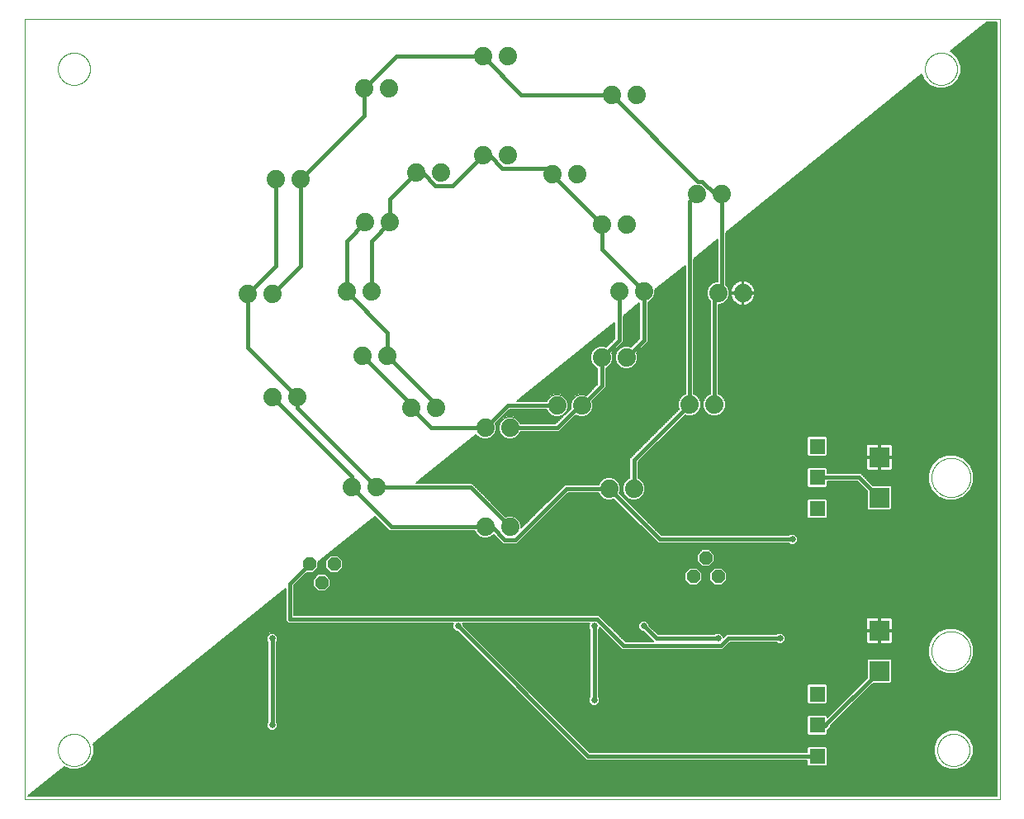
<source format=gtl>
G75*
%MOIN*%
%OFA0B0*%
%FSLAX25Y25*%
%IPPOS*%
%LPD*%
%AMOC8*
5,1,8,0,0,1.08239X$1,22.5*
%
%ADD10C,0.00000*%
%ADD11C,0.07400*%
%ADD12R,0.06300X0.06300*%
%ADD13R,0.08268X0.08268*%
%ADD14OC8,0.05200*%
%ADD15C,0.02578*%
%ADD16C,0.01600*%
%ADD17C,0.00600*%
%ADD18C,0.01200*%
%ADD19C,0.02400*%
D10*
X0001800Y0001800D02*
X0001800Y0316761D01*
X0395501Y0316761D01*
X0395501Y0001800D01*
X0001800Y0001800D01*
X0015300Y0021800D02*
X0015302Y0021961D01*
X0015308Y0022121D01*
X0015318Y0022282D01*
X0015332Y0022442D01*
X0015350Y0022602D01*
X0015371Y0022761D01*
X0015397Y0022920D01*
X0015427Y0023078D01*
X0015460Y0023235D01*
X0015498Y0023392D01*
X0015539Y0023547D01*
X0015584Y0023701D01*
X0015633Y0023854D01*
X0015686Y0024006D01*
X0015742Y0024157D01*
X0015803Y0024306D01*
X0015866Y0024454D01*
X0015934Y0024600D01*
X0016005Y0024744D01*
X0016079Y0024886D01*
X0016157Y0025027D01*
X0016239Y0025165D01*
X0016324Y0025302D01*
X0016412Y0025436D01*
X0016504Y0025568D01*
X0016599Y0025698D01*
X0016697Y0025826D01*
X0016798Y0025951D01*
X0016902Y0026073D01*
X0017009Y0026193D01*
X0017119Y0026310D01*
X0017232Y0026425D01*
X0017348Y0026536D01*
X0017467Y0026645D01*
X0017588Y0026750D01*
X0017712Y0026853D01*
X0017838Y0026953D01*
X0017966Y0027049D01*
X0018097Y0027142D01*
X0018231Y0027232D01*
X0018366Y0027319D01*
X0018504Y0027402D01*
X0018643Y0027482D01*
X0018785Y0027558D01*
X0018928Y0027631D01*
X0019073Y0027700D01*
X0019220Y0027766D01*
X0019368Y0027828D01*
X0019518Y0027886D01*
X0019669Y0027941D01*
X0019822Y0027992D01*
X0019976Y0028039D01*
X0020131Y0028082D01*
X0020287Y0028121D01*
X0020443Y0028157D01*
X0020601Y0028188D01*
X0020759Y0028216D01*
X0020918Y0028240D01*
X0021078Y0028260D01*
X0021238Y0028276D01*
X0021398Y0028288D01*
X0021559Y0028296D01*
X0021720Y0028300D01*
X0021880Y0028300D01*
X0022041Y0028296D01*
X0022202Y0028288D01*
X0022362Y0028276D01*
X0022522Y0028260D01*
X0022682Y0028240D01*
X0022841Y0028216D01*
X0022999Y0028188D01*
X0023157Y0028157D01*
X0023313Y0028121D01*
X0023469Y0028082D01*
X0023624Y0028039D01*
X0023778Y0027992D01*
X0023931Y0027941D01*
X0024082Y0027886D01*
X0024232Y0027828D01*
X0024380Y0027766D01*
X0024527Y0027700D01*
X0024672Y0027631D01*
X0024815Y0027558D01*
X0024957Y0027482D01*
X0025096Y0027402D01*
X0025234Y0027319D01*
X0025369Y0027232D01*
X0025503Y0027142D01*
X0025634Y0027049D01*
X0025762Y0026953D01*
X0025888Y0026853D01*
X0026012Y0026750D01*
X0026133Y0026645D01*
X0026252Y0026536D01*
X0026368Y0026425D01*
X0026481Y0026310D01*
X0026591Y0026193D01*
X0026698Y0026073D01*
X0026802Y0025951D01*
X0026903Y0025826D01*
X0027001Y0025698D01*
X0027096Y0025568D01*
X0027188Y0025436D01*
X0027276Y0025302D01*
X0027361Y0025165D01*
X0027443Y0025027D01*
X0027521Y0024886D01*
X0027595Y0024744D01*
X0027666Y0024600D01*
X0027734Y0024454D01*
X0027797Y0024306D01*
X0027858Y0024157D01*
X0027914Y0024006D01*
X0027967Y0023854D01*
X0028016Y0023701D01*
X0028061Y0023547D01*
X0028102Y0023392D01*
X0028140Y0023235D01*
X0028173Y0023078D01*
X0028203Y0022920D01*
X0028229Y0022761D01*
X0028250Y0022602D01*
X0028268Y0022442D01*
X0028282Y0022282D01*
X0028292Y0022121D01*
X0028298Y0021961D01*
X0028300Y0021800D01*
X0028298Y0021639D01*
X0028292Y0021479D01*
X0028282Y0021318D01*
X0028268Y0021158D01*
X0028250Y0020998D01*
X0028229Y0020839D01*
X0028203Y0020680D01*
X0028173Y0020522D01*
X0028140Y0020365D01*
X0028102Y0020208D01*
X0028061Y0020053D01*
X0028016Y0019899D01*
X0027967Y0019746D01*
X0027914Y0019594D01*
X0027858Y0019443D01*
X0027797Y0019294D01*
X0027734Y0019146D01*
X0027666Y0019000D01*
X0027595Y0018856D01*
X0027521Y0018714D01*
X0027443Y0018573D01*
X0027361Y0018435D01*
X0027276Y0018298D01*
X0027188Y0018164D01*
X0027096Y0018032D01*
X0027001Y0017902D01*
X0026903Y0017774D01*
X0026802Y0017649D01*
X0026698Y0017527D01*
X0026591Y0017407D01*
X0026481Y0017290D01*
X0026368Y0017175D01*
X0026252Y0017064D01*
X0026133Y0016955D01*
X0026012Y0016850D01*
X0025888Y0016747D01*
X0025762Y0016647D01*
X0025634Y0016551D01*
X0025503Y0016458D01*
X0025369Y0016368D01*
X0025234Y0016281D01*
X0025096Y0016198D01*
X0024957Y0016118D01*
X0024815Y0016042D01*
X0024672Y0015969D01*
X0024527Y0015900D01*
X0024380Y0015834D01*
X0024232Y0015772D01*
X0024082Y0015714D01*
X0023931Y0015659D01*
X0023778Y0015608D01*
X0023624Y0015561D01*
X0023469Y0015518D01*
X0023313Y0015479D01*
X0023157Y0015443D01*
X0022999Y0015412D01*
X0022841Y0015384D01*
X0022682Y0015360D01*
X0022522Y0015340D01*
X0022362Y0015324D01*
X0022202Y0015312D01*
X0022041Y0015304D01*
X0021880Y0015300D01*
X0021720Y0015300D01*
X0021559Y0015304D01*
X0021398Y0015312D01*
X0021238Y0015324D01*
X0021078Y0015340D01*
X0020918Y0015360D01*
X0020759Y0015384D01*
X0020601Y0015412D01*
X0020443Y0015443D01*
X0020287Y0015479D01*
X0020131Y0015518D01*
X0019976Y0015561D01*
X0019822Y0015608D01*
X0019669Y0015659D01*
X0019518Y0015714D01*
X0019368Y0015772D01*
X0019220Y0015834D01*
X0019073Y0015900D01*
X0018928Y0015969D01*
X0018785Y0016042D01*
X0018643Y0016118D01*
X0018504Y0016198D01*
X0018366Y0016281D01*
X0018231Y0016368D01*
X0018097Y0016458D01*
X0017966Y0016551D01*
X0017838Y0016647D01*
X0017712Y0016747D01*
X0017588Y0016850D01*
X0017467Y0016955D01*
X0017348Y0017064D01*
X0017232Y0017175D01*
X0017119Y0017290D01*
X0017009Y0017407D01*
X0016902Y0017527D01*
X0016798Y0017649D01*
X0016697Y0017774D01*
X0016599Y0017902D01*
X0016504Y0018032D01*
X0016412Y0018164D01*
X0016324Y0018298D01*
X0016239Y0018435D01*
X0016157Y0018573D01*
X0016079Y0018714D01*
X0016005Y0018856D01*
X0015934Y0019000D01*
X0015866Y0019146D01*
X0015803Y0019294D01*
X0015742Y0019443D01*
X0015686Y0019594D01*
X0015633Y0019746D01*
X0015584Y0019899D01*
X0015539Y0020053D01*
X0015498Y0020208D01*
X0015460Y0020365D01*
X0015427Y0020522D01*
X0015397Y0020680D01*
X0015371Y0020839D01*
X0015350Y0020998D01*
X0015332Y0021158D01*
X0015318Y0021318D01*
X0015308Y0021479D01*
X0015302Y0021639D01*
X0015300Y0021800D01*
X0015300Y0296800D02*
X0015302Y0296961D01*
X0015308Y0297121D01*
X0015318Y0297282D01*
X0015332Y0297442D01*
X0015350Y0297602D01*
X0015371Y0297761D01*
X0015397Y0297920D01*
X0015427Y0298078D01*
X0015460Y0298235D01*
X0015498Y0298392D01*
X0015539Y0298547D01*
X0015584Y0298701D01*
X0015633Y0298854D01*
X0015686Y0299006D01*
X0015742Y0299157D01*
X0015803Y0299306D01*
X0015866Y0299454D01*
X0015934Y0299600D01*
X0016005Y0299744D01*
X0016079Y0299886D01*
X0016157Y0300027D01*
X0016239Y0300165D01*
X0016324Y0300302D01*
X0016412Y0300436D01*
X0016504Y0300568D01*
X0016599Y0300698D01*
X0016697Y0300826D01*
X0016798Y0300951D01*
X0016902Y0301073D01*
X0017009Y0301193D01*
X0017119Y0301310D01*
X0017232Y0301425D01*
X0017348Y0301536D01*
X0017467Y0301645D01*
X0017588Y0301750D01*
X0017712Y0301853D01*
X0017838Y0301953D01*
X0017966Y0302049D01*
X0018097Y0302142D01*
X0018231Y0302232D01*
X0018366Y0302319D01*
X0018504Y0302402D01*
X0018643Y0302482D01*
X0018785Y0302558D01*
X0018928Y0302631D01*
X0019073Y0302700D01*
X0019220Y0302766D01*
X0019368Y0302828D01*
X0019518Y0302886D01*
X0019669Y0302941D01*
X0019822Y0302992D01*
X0019976Y0303039D01*
X0020131Y0303082D01*
X0020287Y0303121D01*
X0020443Y0303157D01*
X0020601Y0303188D01*
X0020759Y0303216D01*
X0020918Y0303240D01*
X0021078Y0303260D01*
X0021238Y0303276D01*
X0021398Y0303288D01*
X0021559Y0303296D01*
X0021720Y0303300D01*
X0021880Y0303300D01*
X0022041Y0303296D01*
X0022202Y0303288D01*
X0022362Y0303276D01*
X0022522Y0303260D01*
X0022682Y0303240D01*
X0022841Y0303216D01*
X0022999Y0303188D01*
X0023157Y0303157D01*
X0023313Y0303121D01*
X0023469Y0303082D01*
X0023624Y0303039D01*
X0023778Y0302992D01*
X0023931Y0302941D01*
X0024082Y0302886D01*
X0024232Y0302828D01*
X0024380Y0302766D01*
X0024527Y0302700D01*
X0024672Y0302631D01*
X0024815Y0302558D01*
X0024957Y0302482D01*
X0025096Y0302402D01*
X0025234Y0302319D01*
X0025369Y0302232D01*
X0025503Y0302142D01*
X0025634Y0302049D01*
X0025762Y0301953D01*
X0025888Y0301853D01*
X0026012Y0301750D01*
X0026133Y0301645D01*
X0026252Y0301536D01*
X0026368Y0301425D01*
X0026481Y0301310D01*
X0026591Y0301193D01*
X0026698Y0301073D01*
X0026802Y0300951D01*
X0026903Y0300826D01*
X0027001Y0300698D01*
X0027096Y0300568D01*
X0027188Y0300436D01*
X0027276Y0300302D01*
X0027361Y0300165D01*
X0027443Y0300027D01*
X0027521Y0299886D01*
X0027595Y0299744D01*
X0027666Y0299600D01*
X0027734Y0299454D01*
X0027797Y0299306D01*
X0027858Y0299157D01*
X0027914Y0299006D01*
X0027967Y0298854D01*
X0028016Y0298701D01*
X0028061Y0298547D01*
X0028102Y0298392D01*
X0028140Y0298235D01*
X0028173Y0298078D01*
X0028203Y0297920D01*
X0028229Y0297761D01*
X0028250Y0297602D01*
X0028268Y0297442D01*
X0028282Y0297282D01*
X0028292Y0297121D01*
X0028298Y0296961D01*
X0028300Y0296800D01*
X0028298Y0296639D01*
X0028292Y0296479D01*
X0028282Y0296318D01*
X0028268Y0296158D01*
X0028250Y0295998D01*
X0028229Y0295839D01*
X0028203Y0295680D01*
X0028173Y0295522D01*
X0028140Y0295365D01*
X0028102Y0295208D01*
X0028061Y0295053D01*
X0028016Y0294899D01*
X0027967Y0294746D01*
X0027914Y0294594D01*
X0027858Y0294443D01*
X0027797Y0294294D01*
X0027734Y0294146D01*
X0027666Y0294000D01*
X0027595Y0293856D01*
X0027521Y0293714D01*
X0027443Y0293573D01*
X0027361Y0293435D01*
X0027276Y0293298D01*
X0027188Y0293164D01*
X0027096Y0293032D01*
X0027001Y0292902D01*
X0026903Y0292774D01*
X0026802Y0292649D01*
X0026698Y0292527D01*
X0026591Y0292407D01*
X0026481Y0292290D01*
X0026368Y0292175D01*
X0026252Y0292064D01*
X0026133Y0291955D01*
X0026012Y0291850D01*
X0025888Y0291747D01*
X0025762Y0291647D01*
X0025634Y0291551D01*
X0025503Y0291458D01*
X0025369Y0291368D01*
X0025234Y0291281D01*
X0025096Y0291198D01*
X0024957Y0291118D01*
X0024815Y0291042D01*
X0024672Y0290969D01*
X0024527Y0290900D01*
X0024380Y0290834D01*
X0024232Y0290772D01*
X0024082Y0290714D01*
X0023931Y0290659D01*
X0023778Y0290608D01*
X0023624Y0290561D01*
X0023469Y0290518D01*
X0023313Y0290479D01*
X0023157Y0290443D01*
X0022999Y0290412D01*
X0022841Y0290384D01*
X0022682Y0290360D01*
X0022522Y0290340D01*
X0022362Y0290324D01*
X0022202Y0290312D01*
X0022041Y0290304D01*
X0021880Y0290300D01*
X0021720Y0290300D01*
X0021559Y0290304D01*
X0021398Y0290312D01*
X0021238Y0290324D01*
X0021078Y0290340D01*
X0020918Y0290360D01*
X0020759Y0290384D01*
X0020601Y0290412D01*
X0020443Y0290443D01*
X0020287Y0290479D01*
X0020131Y0290518D01*
X0019976Y0290561D01*
X0019822Y0290608D01*
X0019669Y0290659D01*
X0019518Y0290714D01*
X0019368Y0290772D01*
X0019220Y0290834D01*
X0019073Y0290900D01*
X0018928Y0290969D01*
X0018785Y0291042D01*
X0018643Y0291118D01*
X0018504Y0291198D01*
X0018366Y0291281D01*
X0018231Y0291368D01*
X0018097Y0291458D01*
X0017966Y0291551D01*
X0017838Y0291647D01*
X0017712Y0291747D01*
X0017588Y0291850D01*
X0017467Y0291955D01*
X0017348Y0292064D01*
X0017232Y0292175D01*
X0017119Y0292290D01*
X0017009Y0292407D01*
X0016902Y0292527D01*
X0016798Y0292649D01*
X0016697Y0292774D01*
X0016599Y0292902D01*
X0016504Y0293032D01*
X0016412Y0293164D01*
X0016324Y0293298D01*
X0016239Y0293435D01*
X0016157Y0293573D01*
X0016079Y0293714D01*
X0016005Y0293856D01*
X0015934Y0294000D01*
X0015866Y0294146D01*
X0015803Y0294294D01*
X0015742Y0294443D01*
X0015686Y0294594D01*
X0015633Y0294746D01*
X0015584Y0294899D01*
X0015539Y0295053D01*
X0015498Y0295208D01*
X0015460Y0295365D01*
X0015427Y0295522D01*
X0015397Y0295680D01*
X0015371Y0295839D01*
X0015350Y0295998D01*
X0015332Y0296158D01*
X0015318Y0296318D01*
X0015308Y0296479D01*
X0015302Y0296639D01*
X0015300Y0296800D01*
X0365300Y0296800D02*
X0365302Y0296961D01*
X0365308Y0297121D01*
X0365318Y0297282D01*
X0365332Y0297442D01*
X0365350Y0297602D01*
X0365371Y0297761D01*
X0365397Y0297920D01*
X0365427Y0298078D01*
X0365460Y0298235D01*
X0365498Y0298392D01*
X0365539Y0298547D01*
X0365584Y0298701D01*
X0365633Y0298854D01*
X0365686Y0299006D01*
X0365742Y0299157D01*
X0365803Y0299306D01*
X0365866Y0299454D01*
X0365934Y0299600D01*
X0366005Y0299744D01*
X0366079Y0299886D01*
X0366157Y0300027D01*
X0366239Y0300165D01*
X0366324Y0300302D01*
X0366412Y0300436D01*
X0366504Y0300568D01*
X0366599Y0300698D01*
X0366697Y0300826D01*
X0366798Y0300951D01*
X0366902Y0301073D01*
X0367009Y0301193D01*
X0367119Y0301310D01*
X0367232Y0301425D01*
X0367348Y0301536D01*
X0367467Y0301645D01*
X0367588Y0301750D01*
X0367712Y0301853D01*
X0367838Y0301953D01*
X0367966Y0302049D01*
X0368097Y0302142D01*
X0368231Y0302232D01*
X0368366Y0302319D01*
X0368504Y0302402D01*
X0368643Y0302482D01*
X0368785Y0302558D01*
X0368928Y0302631D01*
X0369073Y0302700D01*
X0369220Y0302766D01*
X0369368Y0302828D01*
X0369518Y0302886D01*
X0369669Y0302941D01*
X0369822Y0302992D01*
X0369976Y0303039D01*
X0370131Y0303082D01*
X0370287Y0303121D01*
X0370443Y0303157D01*
X0370601Y0303188D01*
X0370759Y0303216D01*
X0370918Y0303240D01*
X0371078Y0303260D01*
X0371238Y0303276D01*
X0371398Y0303288D01*
X0371559Y0303296D01*
X0371720Y0303300D01*
X0371880Y0303300D01*
X0372041Y0303296D01*
X0372202Y0303288D01*
X0372362Y0303276D01*
X0372522Y0303260D01*
X0372682Y0303240D01*
X0372841Y0303216D01*
X0372999Y0303188D01*
X0373157Y0303157D01*
X0373313Y0303121D01*
X0373469Y0303082D01*
X0373624Y0303039D01*
X0373778Y0302992D01*
X0373931Y0302941D01*
X0374082Y0302886D01*
X0374232Y0302828D01*
X0374380Y0302766D01*
X0374527Y0302700D01*
X0374672Y0302631D01*
X0374815Y0302558D01*
X0374957Y0302482D01*
X0375096Y0302402D01*
X0375234Y0302319D01*
X0375369Y0302232D01*
X0375503Y0302142D01*
X0375634Y0302049D01*
X0375762Y0301953D01*
X0375888Y0301853D01*
X0376012Y0301750D01*
X0376133Y0301645D01*
X0376252Y0301536D01*
X0376368Y0301425D01*
X0376481Y0301310D01*
X0376591Y0301193D01*
X0376698Y0301073D01*
X0376802Y0300951D01*
X0376903Y0300826D01*
X0377001Y0300698D01*
X0377096Y0300568D01*
X0377188Y0300436D01*
X0377276Y0300302D01*
X0377361Y0300165D01*
X0377443Y0300027D01*
X0377521Y0299886D01*
X0377595Y0299744D01*
X0377666Y0299600D01*
X0377734Y0299454D01*
X0377797Y0299306D01*
X0377858Y0299157D01*
X0377914Y0299006D01*
X0377967Y0298854D01*
X0378016Y0298701D01*
X0378061Y0298547D01*
X0378102Y0298392D01*
X0378140Y0298235D01*
X0378173Y0298078D01*
X0378203Y0297920D01*
X0378229Y0297761D01*
X0378250Y0297602D01*
X0378268Y0297442D01*
X0378282Y0297282D01*
X0378292Y0297121D01*
X0378298Y0296961D01*
X0378300Y0296800D01*
X0378298Y0296639D01*
X0378292Y0296479D01*
X0378282Y0296318D01*
X0378268Y0296158D01*
X0378250Y0295998D01*
X0378229Y0295839D01*
X0378203Y0295680D01*
X0378173Y0295522D01*
X0378140Y0295365D01*
X0378102Y0295208D01*
X0378061Y0295053D01*
X0378016Y0294899D01*
X0377967Y0294746D01*
X0377914Y0294594D01*
X0377858Y0294443D01*
X0377797Y0294294D01*
X0377734Y0294146D01*
X0377666Y0294000D01*
X0377595Y0293856D01*
X0377521Y0293714D01*
X0377443Y0293573D01*
X0377361Y0293435D01*
X0377276Y0293298D01*
X0377188Y0293164D01*
X0377096Y0293032D01*
X0377001Y0292902D01*
X0376903Y0292774D01*
X0376802Y0292649D01*
X0376698Y0292527D01*
X0376591Y0292407D01*
X0376481Y0292290D01*
X0376368Y0292175D01*
X0376252Y0292064D01*
X0376133Y0291955D01*
X0376012Y0291850D01*
X0375888Y0291747D01*
X0375762Y0291647D01*
X0375634Y0291551D01*
X0375503Y0291458D01*
X0375369Y0291368D01*
X0375234Y0291281D01*
X0375096Y0291198D01*
X0374957Y0291118D01*
X0374815Y0291042D01*
X0374672Y0290969D01*
X0374527Y0290900D01*
X0374380Y0290834D01*
X0374232Y0290772D01*
X0374082Y0290714D01*
X0373931Y0290659D01*
X0373778Y0290608D01*
X0373624Y0290561D01*
X0373469Y0290518D01*
X0373313Y0290479D01*
X0373157Y0290443D01*
X0372999Y0290412D01*
X0372841Y0290384D01*
X0372682Y0290360D01*
X0372522Y0290340D01*
X0372362Y0290324D01*
X0372202Y0290312D01*
X0372041Y0290304D01*
X0371880Y0290300D01*
X0371720Y0290300D01*
X0371559Y0290304D01*
X0371398Y0290312D01*
X0371238Y0290324D01*
X0371078Y0290340D01*
X0370918Y0290360D01*
X0370759Y0290384D01*
X0370601Y0290412D01*
X0370443Y0290443D01*
X0370287Y0290479D01*
X0370131Y0290518D01*
X0369976Y0290561D01*
X0369822Y0290608D01*
X0369669Y0290659D01*
X0369518Y0290714D01*
X0369368Y0290772D01*
X0369220Y0290834D01*
X0369073Y0290900D01*
X0368928Y0290969D01*
X0368785Y0291042D01*
X0368643Y0291118D01*
X0368504Y0291198D01*
X0368366Y0291281D01*
X0368231Y0291368D01*
X0368097Y0291458D01*
X0367966Y0291551D01*
X0367838Y0291647D01*
X0367712Y0291747D01*
X0367588Y0291850D01*
X0367467Y0291955D01*
X0367348Y0292064D01*
X0367232Y0292175D01*
X0367119Y0292290D01*
X0367009Y0292407D01*
X0366902Y0292527D01*
X0366798Y0292649D01*
X0366697Y0292774D01*
X0366599Y0292902D01*
X0366504Y0293032D01*
X0366412Y0293164D01*
X0366324Y0293298D01*
X0366239Y0293435D01*
X0366157Y0293573D01*
X0366079Y0293714D01*
X0366005Y0293856D01*
X0365934Y0294000D01*
X0365866Y0294146D01*
X0365803Y0294294D01*
X0365742Y0294443D01*
X0365686Y0294594D01*
X0365633Y0294746D01*
X0365584Y0294899D01*
X0365539Y0295053D01*
X0365498Y0295208D01*
X0365460Y0295365D01*
X0365427Y0295522D01*
X0365397Y0295680D01*
X0365371Y0295839D01*
X0365350Y0295998D01*
X0365332Y0296158D01*
X0365318Y0296318D01*
X0365308Y0296479D01*
X0365302Y0296639D01*
X0365300Y0296800D01*
X0367942Y0131800D02*
X0367944Y0131993D01*
X0367951Y0132186D01*
X0367963Y0132379D01*
X0367980Y0132572D01*
X0368001Y0132764D01*
X0368027Y0132955D01*
X0368058Y0133146D01*
X0368093Y0133336D01*
X0368133Y0133525D01*
X0368178Y0133713D01*
X0368227Y0133900D01*
X0368281Y0134086D01*
X0368339Y0134270D01*
X0368402Y0134453D01*
X0368470Y0134634D01*
X0368541Y0134813D01*
X0368618Y0134991D01*
X0368698Y0135167D01*
X0368783Y0135340D01*
X0368872Y0135512D01*
X0368965Y0135681D01*
X0369062Y0135848D01*
X0369164Y0136013D01*
X0369269Y0136175D01*
X0369378Y0136334D01*
X0369492Y0136491D01*
X0369609Y0136644D01*
X0369729Y0136795D01*
X0369854Y0136943D01*
X0369982Y0137088D01*
X0370113Y0137229D01*
X0370248Y0137368D01*
X0370387Y0137503D01*
X0370528Y0137634D01*
X0370673Y0137762D01*
X0370821Y0137887D01*
X0370972Y0138007D01*
X0371125Y0138124D01*
X0371282Y0138238D01*
X0371441Y0138347D01*
X0371603Y0138452D01*
X0371768Y0138554D01*
X0371935Y0138651D01*
X0372104Y0138744D01*
X0372276Y0138833D01*
X0372449Y0138918D01*
X0372625Y0138998D01*
X0372803Y0139075D01*
X0372982Y0139146D01*
X0373163Y0139214D01*
X0373346Y0139277D01*
X0373530Y0139335D01*
X0373716Y0139389D01*
X0373903Y0139438D01*
X0374091Y0139483D01*
X0374280Y0139523D01*
X0374470Y0139558D01*
X0374661Y0139589D01*
X0374852Y0139615D01*
X0375044Y0139636D01*
X0375237Y0139653D01*
X0375430Y0139665D01*
X0375623Y0139672D01*
X0375816Y0139674D01*
X0376009Y0139672D01*
X0376202Y0139665D01*
X0376395Y0139653D01*
X0376588Y0139636D01*
X0376780Y0139615D01*
X0376971Y0139589D01*
X0377162Y0139558D01*
X0377352Y0139523D01*
X0377541Y0139483D01*
X0377729Y0139438D01*
X0377916Y0139389D01*
X0378102Y0139335D01*
X0378286Y0139277D01*
X0378469Y0139214D01*
X0378650Y0139146D01*
X0378829Y0139075D01*
X0379007Y0138998D01*
X0379183Y0138918D01*
X0379356Y0138833D01*
X0379528Y0138744D01*
X0379697Y0138651D01*
X0379864Y0138554D01*
X0380029Y0138452D01*
X0380191Y0138347D01*
X0380350Y0138238D01*
X0380507Y0138124D01*
X0380660Y0138007D01*
X0380811Y0137887D01*
X0380959Y0137762D01*
X0381104Y0137634D01*
X0381245Y0137503D01*
X0381384Y0137368D01*
X0381519Y0137229D01*
X0381650Y0137088D01*
X0381778Y0136943D01*
X0381903Y0136795D01*
X0382023Y0136644D01*
X0382140Y0136491D01*
X0382254Y0136334D01*
X0382363Y0136175D01*
X0382468Y0136013D01*
X0382570Y0135848D01*
X0382667Y0135681D01*
X0382760Y0135512D01*
X0382849Y0135340D01*
X0382934Y0135167D01*
X0383014Y0134991D01*
X0383091Y0134813D01*
X0383162Y0134634D01*
X0383230Y0134453D01*
X0383293Y0134270D01*
X0383351Y0134086D01*
X0383405Y0133900D01*
X0383454Y0133713D01*
X0383499Y0133525D01*
X0383539Y0133336D01*
X0383574Y0133146D01*
X0383605Y0132955D01*
X0383631Y0132764D01*
X0383652Y0132572D01*
X0383669Y0132379D01*
X0383681Y0132186D01*
X0383688Y0131993D01*
X0383690Y0131800D01*
X0383688Y0131607D01*
X0383681Y0131414D01*
X0383669Y0131221D01*
X0383652Y0131028D01*
X0383631Y0130836D01*
X0383605Y0130645D01*
X0383574Y0130454D01*
X0383539Y0130264D01*
X0383499Y0130075D01*
X0383454Y0129887D01*
X0383405Y0129700D01*
X0383351Y0129514D01*
X0383293Y0129330D01*
X0383230Y0129147D01*
X0383162Y0128966D01*
X0383091Y0128787D01*
X0383014Y0128609D01*
X0382934Y0128433D01*
X0382849Y0128260D01*
X0382760Y0128088D01*
X0382667Y0127919D01*
X0382570Y0127752D01*
X0382468Y0127587D01*
X0382363Y0127425D01*
X0382254Y0127266D01*
X0382140Y0127109D01*
X0382023Y0126956D01*
X0381903Y0126805D01*
X0381778Y0126657D01*
X0381650Y0126512D01*
X0381519Y0126371D01*
X0381384Y0126232D01*
X0381245Y0126097D01*
X0381104Y0125966D01*
X0380959Y0125838D01*
X0380811Y0125713D01*
X0380660Y0125593D01*
X0380507Y0125476D01*
X0380350Y0125362D01*
X0380191Y0125253D01*
X0380029Y0125148D01*
X0379864Y0125046D01*
X0379697Y0124949D01*
X0379528Y0124856D01*
X0379356Y0124767D01*
X0379183Y0124682D01*
X0379007Y0124602D01*
X0378829Y0124525D01*
X0378650Y0124454D01*
X0378469Y0124386D01*
X0378286Y0124323D01*
X0378102Y0124265D01*
X0377916Y0124211D01*
X0377729Y0124162D01*
X0377541Y0124117D01*
X0377352Y0124077D01*
X0377162Y0124042D01*
X0376971Y0124011D01*
X0376780Y0123985D01*
X0376588Y0123964D01*
X0376395Y0123947D01*
X0376202Y0123935D01*
X0376009Y0123928D01*
X0375816Y0123926D01*
X0375623Y0123928D01*
X0375430Y0123935D01*
X0375237Y0123947D01*
X0375044Y0123964D01*
X0374852Y0123985D01*
X0374661Y0124011D01*
X0374470Y0124042D01*
X0374280Y0124077D01*
X0374091Y0124117D01*
X0373903Y0124162D01*
X0373716Y0124211D01*
X0373530Y0124265D01*
X0373346Y0124323D01*
X0373163Y0124386D01*
X0372982Y0124454D01*
X0372803Y0124525D01*
X0372625Y0124602D01*
X0372449Y0124682D01*
X0372276Y0124767D01*
X0372104Y0124856D01*
X0371935Y0124949D01*
X0371768Y0125046D01*
X0371603Y0125148D01*
X0371441Y0125253D01*
X0371282Y0125362D01*
X0371125Y0125476D01*
X0370972Y0125593D01*
X0370821Y0125713D01*
X0370673Y0125838D01*
X0370528Y0125966D01*
X0370387Y0126097D01*
X0370248Y0126232D01*
X0370113Y0126371D01*
X0369982Y0126512D01*
X0369854Y0126657D01*
X0369729Y0126805D01*
X0369609Y0126956D01*
X0369492Y0127109D01*
X0369378Y0127266D01*
X0369269Y0127425D01*
X0369164Y0127587D01*
X0369062Y0127752D01*
X0368965Y0127919D01*
X0368872Y0128088D01*
X0368783Y0128260D01*
X0368698Y0128433D01*
X0368618Y0128609D01*
X0368541Y0128787D01*
X0368470Y0128966D01*
X0368402Y0129147D01*
X0368339Y0129330D01*
X0368281Y0129514D01*
X0368227Y0129700D01*
X0368178Y0129887D01*
X0368133Y0130075D01*
X0368093Y0130264D01*
X0368058Y0130454D01*
X0368027Y0130645D01*
X0368001Y0130836D01*
X0367980Y0131028D01*
X0367963Y0131221D01*
X0367951Y0131414D01*
X0367944Y0131607D01*
X0367942Y0131800D01*
X0367942Y0061800D02*
X0367944Y0061993D01*
X0367951Y0062186D01*
X0367963Y0062379D01*
X0367980Y0062572D01*
X0368001Y0062764D01*
X0368027Y0062955D01*
X0368058Y0063146D01*
X0368093Y0063336D01*
X0368133Y0063525D01*
X0368178Y0063713D01*
X0368227Y0063900D01*
X0368281Y0064086D01*
X0368339Y0064270D01*
X0368402Y0064453D01*
X0368470Y0064634D01*
X0368541Y0064813D01*
X0368618Y0064991D01*
X0368698Y0065167D01*
X0368783Y0065340D01*
X0368872Y0065512D01*
X0368965Y0065681D01*
X0369062Y0065848D01*
X0369164Y0066013D01*
X0369269Y0066175D01*
X0369378Y0066334D01*
X0369492Y0066491D01*
X0369609Y0066644D01*
X0369729Y0066795D01*
X0369854Y0066943D01*
X0369982Y0067088D01*
X0370113Y0067229D01*
X0370248Y0067368D01*
X0370387Y0067503D01*
X0370528Y0067634D01*
X0370673Y0067762D01*
X0370821Y0067887D01*
X0370972Y0068007D01*
X0371125Y0068124D01*
X0371282Y0068238D01*
X0371441Y0068347D01*
X0371603Y0068452D01*
X0371768Y0068554D01*
X0371935Y0068651D01*
X0372104Y0068744D01*
X0372276Y0068833D01*
X0372449Y0068918D01*
X0372625Y0068998D01*
X0372803Y0069075D01*
X0372982Y0069146D01*
X0373163Y0069214D01*
X0373346Y0069277D01*
X0373530Y0069335D01*
X0373716Y0069389D01*
X0373903Y0069438D01*
X0374091Y0069483D01*
X0374280Y0069523D01*
X0374470Y0069558D01*
X0374661Y0069589D01*
X0374852Y0069615D01*
X0375044Y0069636D01*
X0375237Y0069653D01*
X0375430Y0069665D01*
X0375623Y0069672D01*
X0375816Y0069674D01*
X0376009Y0069672D01*
X0376202Y0069665D01*
X0376395Y0069653D01*
X0376588Y0069636D01*
X0376780Y0069615D01*
X0376971Y0069589D01*
X0377162Y0069558D01*
X0377352Y0069523D01*
X0377541Y0069483D01*
X0377729Y0069438D01*
X0377916Y0069389D01*
X0378102Y0069335D01*
X0378286Y0069277D01*
X0378469Y0069214D01*
X0378650Y0069146D01*
X0378829Y0069075D01*
X0379007Y0068998D01*
X0379183Y0068918D01*
X0379356Y0068833D01*
X0379528Y0068744D01*
X0379697Y0068651D01*
X0379864Y0068554D01*
X0380029Y0068452D01*
X0380191Y0068347D01*
X0380350Y0068238D01*
X0380507Y0068124D01*
X0380660Y0068007D01*
X0380811Y0067887D01*
X0380959Y0067762D01*
X0381104Y0067634D01*
X0381245Y0067503D01*
X0381384Y0067368D01*
X0381519Y0067229D01*
X0381650Y0067088D01*
X0381778Y0066943D01*
X0381903Y0066795D01*
X0382023Y0066644D01*
X0382140Y0066491D01*
X0382254Y0066334D01*
X0382363Y0066175D01*
X0382468Y0066013D01*
X0382570Y0065848D01*
X0382667Y0065681D01*
X0382760Y0065512D01*
X0382849Y0065340D01*
X0382934Y0065167D01*
X0383014Y0064991D01*
X0383091Y0064813D01*
X0383162Y0064634D01*
X0383230Y0064453D01*
X0383293Y0064270D01*
X0383351Y0064086D01*
X0383405Y0063900D01*
X0383454Y0063713D01*
X0383499Y0063525D01*
X0383539Y0063336D01*
X0383574Y0063146D01*
X0383605Y0062955D01*
X0383631Y0062764D01*
X0383652Y0062572D01*
X0383669Y0062379D01*
X0383681Y0062186D01*
X0383688Y0061993D01*
X0383690Y0061800D01*
X0383688Y0061607D01*
X0383681Y0061414D01*
X0383669Y0061221D01*
X0383652Y0061028D01*
X0383631Y0060836D01*
X0383605Y0060645D01*
X0383574Y0060454D01*
X0383539Y0060264D01*
X0383499Y0060075D01*
X0383454Y0059887D01*
X0383405Y0059700D01*
X0383351Y0059514D01*
X0383293Y0059330D01*
X0383230Y0059147D01*
X0383162Y0058966D01*
X0383091Y0058787D01*
X0383014Y0058609D01*
X0382934Y0058433D01*
X0382849Y0058260D01*
X0382760Y0058088D01*
X0382667Y0057919D01*
X0382570Y0057752D01*
X0382468Y0057587D01*
X0382363Y0057425D01*
X0382254Y0057266D01*
X0382140Y0057109D01*
X0382023Y0056956D01*
X0381903Y0056805D01*
X0381778Y0056657D01*
X0381650Y0056512D01*
X0381519Y0056371D01*
X0381384Y0056232D01*
X0381245Y0056097D01*
X0381104Y0055966D01*
X0380959Y0055838D01*
X0380811Y0055713D01*
X0380660Y0055593D01*
X0380507Y0055476D01*
X0380350Y0055362D01*
X0380191Y0055253D01*
X0380029Y0055148D01*
X0379864Y0055046D01*
X0379697Y0054949D01*
X0379528Y0054856D01*
X0379356Y0054767D01*
X0379183Y0054682D01*
X0379007Y0054602D01*
X0378829Y0054525D01*
X0378650Y0054454D01*
X0378469Y0054386D01*
X0378286Y0054323D01*
X0378102Y0054265D01*
X0377916Y0054211D01*
X0377729Y0054162D01*
X0377541Y0054117D01*
X0377352Y0054077D01*
X0377162Y0054042D01*
X0376971Y0054011D01*
X0376780Y0053985D01*
X0376588Y0053964D01*
X0376395Y0053947D01*
X0376202Y0053935D01*
X0376009Y0053928D01*
X0375816Y0053926D01*
X0375623Y0053928D01*
X0375430Y0053935D01*
X0375237Y0053947D01*
X0375044Y0053964D01*
X0374852Y0053985D01*
X0374661Y0054011D01*
X0374470Y0054042D01*
X0374280Y0054077D01*
X0374091Y0054117D01*
X0373903Y0054162D01*
X0373716Y0054211D01*
X0373530Y0054265D01*
X0373346Y0054323D01*
X0373163Y0054386D01*
X0372982Y0054454D01*
X0372803Y0054525D01*
X0372625Y0054602D01*
X0372449Y0054682D01*
X0372276Y0054767D01*
X0372104Y0054856D01*
X0371935Y0054949D01*
X0371768Y0055046D01*
X0371603Y0055148D01*
X0371441Y0055253D01*
X0371282Y0055362D01*
X0371125Y0055476D01*
X0370972Y0055593D01*
X0370821Y0055713D01*
X0370673Y0055838D01*
X0370528Y0055966D01*
X0370387Y0056097D01*
X0370248Y0056232D01*
X0370113Y0056371D01*
X0369982Y0056512D01*
X0369854Y0056657D01*
X0369729Y0056805D01*
X0369609Y0056956D01*
X0369492Y0057109D01*
X0369378Y0057266D01*
X0369269Y0057425D01*
X0369164Y0057587D01*
X0369062Y0057752D01*
X0368965Y0057919D01*
X0368872Y0058088D01*
X0368783Y0058260D01*
X0368698Y0058433D01*
X0368618Y0058609D01*
X0368541Y0058787D01*
X0368470Y0058966D01*
X0368402Y0059147D01*
X0368339Y0059330D01*
X0368281Y0059514D01*
X0368227Y0059700D01*
X0368178Y0059887D01*
X0368133Y0060075D01*
X0368093Y0060264D01*
X0368058Y0060454D01*
X0368027Y0060645D01*
X0368001Y0060836D01*
X0367980Y0061028D01*
X0367963Y0061221D01*
X0367951Y0061414D01*
X0367944Y0061607D01*
X0367942Y0061800D01*
X0370300Y0021800D02*
X0370302Y0021961D01*
X0370308Y0022121D01*
X0370318Y0022282D01*
X0370332Y0022442D01*
X0370350Y0022602D01*
X0370371Y0022761D01*
X0370397Y0022920D01*
X0370427Y0023078D01*
X0370460Y0023235D01*
X0370498Y0023392D01*
X0370539Y0023547D01*
X0370584Y0023701D01*
X0370633Y0023854D01*
X0370686Y0024006D01*
X0370742Y0024157D01*
X0370803Y0024306D01*
X0370866Y0024454D01*
X0370934Y0024600D01*
X0371005Y0024744D01*
X0371079Y0024886D01*
X0371157Y0025027D01*
X0371239Y0025165D01*
X0371324Y0025302D01*
X0371412Y0025436D01*
X0371504Y0025568D01*
X0371599Y0025698D01*
X0371697Y0025826D01*
X0371798Y0025951D01*
X0371902Y0026073D01*
X0372009Y0026193D01*
X0372119Y0026310D01*
X0372232Y0026425D01*
X0372348Y0026536D01*
X0372467Y0026645D01*
X0372588Y0026750D01*
X0372712Y0026853D01*
X0372838Y0026953D01*
X0372966Y0027049D01*
X0373097Y0027142D01*
X0373231Y0027232D01*
X0373366Y0027319D01*
X0373504Y0027402D01*
X0373643Y0027482D01*
X0373785Y0027558D01*
X0373928Y0027631D01*
X0374073Y0027700D01*
X0374220Y0027766D01*
X0374368Y0027828D01*
X0374518Y0027886D01*
X0374669Y0027941D01*
X0374822Y0027992D01*
X0374976Y0028039D01*
X0375131Y0028082D01*
X0375287Y0028121D01*
X0375443Y0028157D01*
X0375601Y0028188D01*
X0375759Y0028216D01*
X0375918Y0028240D01*
X0376078Y0028260D01*
X0376238Y0028276D01*
X0376398Y0028288D01*
X0376559Y0028296D01*
X0376720Y0028300D01*
X0376880Y0028300D01*
X0377041Y0028296D01*
X0377202Y0028288D01*
X0377362Y0028276D01*
X0377522Y0028260D01*
X0377682Y0028240D01*
X0377841Y0028216D01*
X0377999Y0028188D01*
X0378157Y0028157D01*
X0378313Y0028121D01*
X0378469Y0028082D01*
X0378624Y0028039D01*
X0378778Y0027992D01*
X0378931Y0027941D01*
X0379082Y0027886D01*
X0379232Y0027828D01*
X0379380Y0027766D01*
X0379527Y0027700D01*
X0379672Y0027631D01*
X0379815Y0027558D01*
X0379957Y0027482D01*
X0380096Y0027402D01*
X0380234Y0027319D01*
X0380369Y0027232D01*
X0380503Y0027142D01*
X0380634Y0027049D01*
X0380762Y0026953D01*
X0380888Y0026853D01*
X0381012Y0026750D01*
X0381133Y0026645D01*
X0381252Y0026536D01*
X0381368Y0026425D01*
X0381481Y0026310D01*
X0381591Y0026193D01*
X0381698Y0026073D01*
X0381802Y0025951D01*
X0381903Y0025826D01*
X0382001Y0025698D01*
X0382096Y0025568D01*
X0382188Y0025436D01*
X0382276Y0025302D01*
X0382361Y0025165D01*
X0382443Y0025027D01*
X0382521Y0024886D01*
X0382595Y0024744D01*
X0382666Y0024600D01*
X0382734Y0024454D01*
X0382797Y0024306D01*
X0382858Y0024157D01*
X0382914Y0024006D01*
X0382967Y0023854D01*
X0383016Y0023701D01*
X0383061Y0023547D01*
X0383102Y0023392D01*
X0383140Y0023235D01*
X0383173Y0023078D01*
X0383203Y0022920D01*
X0383229Y0022761D01*
X0383250Y0022602D01*
X0383268Y0022442D01*
X0383282Y0022282D01*
X0383292Y0022121D01*
X0383298Y0021961D01*
X0383300Y0021800D01*
X0383298Y0021639D01*
X0383292Y0021479D01*
X0383282Y0021318D01*
X0383268Y0021158D01*
X0383250Y0020998D01*
X0383229Y0020839D01*
X0383203Y0020680D01*
X0383173Y0020522D01*
X0383140Y0020365D01*
X0383102Y0020208D01*
X0383061Y0020053D01*
X0383016Y0019899D01*
X0382967Y0019746D01*
X0382914Y0019594D01*
X0382858Y0019443D01*
X0382797Y0019294D01*
X0382734Y0019146D01*
X0382666Y0019000D01*
X0382595Y0018856D01*
X0382521Y0018714D01*
X0382443Y0018573D01*
X0382361Y0018435D01*
X0382276Y0018298D01*
X0382188Y0018164D01*
X0382096Y0018032D01*
X0382001Y0017902D01*
X0381903Y0017774D01*
X0381802Y0017649D01*
X0381698Y0017527D01*
X0381591Y0017407D01*
X0381481Y0017290D01*
X0381368Y0017175D01*
X0381252Y0017064D01*
X0381133Y0016955D01*
X0381012Y0016850D01*
X0380888Y0016747D01*
X0380762Y0016647D01*
X0380634Y0016551D01*
X0380503Y0016458D01*
X0380369Y0016368D01*
X0380234Y0016281D01*
X0380096Y0016198D01*
X0379957Y0016118D01*
X0379815Y0016042D01*
X0379672Y0015969D01*
X0379527Y0015900D01*
X0379380Y0015834D01*
X0379232Y0015772D01*
X0379082Y0015714D01*
X0378931Y0015659D01*
X0378778Y0015608D01*
X0378624Y0015561D01*
X0378469Y0015518D01*
X0378313Y0015479D01*
X0378157Y0015443D01*
X0377999Y0015412D01*
X0377841Y0015384D01*
X0377682Y0015360D01*
X0377522Y0015340D01*
X0377362Y0015324D01*
X0377202Y0015312D01*
X0377041Y0015304D01*
X0376880Y0015300D01*
X0376720Y0015300D01*
X0376559Y0015304D01*
X0376398Y0015312D01*
X0376238Y0015324D01*
X0376078Y0015340D01*
X0375918Y0015360D01*
X0375759Y0015384D01*
X0375601Y0015412D01*
X0375443Y0015443D01*
X0375287Y0015479D01*
X0375131Y0015518D01*
X0374976Y0015561D01*
X0374822Y0015608D01*
X0374669Y0015659D01*
X0374518Y0015714D01*
X0374368Y0015772D01*
X0374220Y0015834D01*
X0374073Y0015900D01*
X0373928Y0015969D01*
X0373785Y0016042D01*
X0373643Y0016118D01*
X0373504Y0016198D01*
X0373366Y0016281D01*
X0373231Y0016368D01*
X0373097Y0016458D01*
X0372966Y0016551D01*
X0372838Y0016647D01*
X0372712Y0016747D01*
X0372588Y0016850D01*
X0372467Y0016955D01*
X0372348Y0017064D01*
X0372232Y0017175D01*
X0372119Y0017290D01*
X0372009Y0017407D01*
X0371902Y0017527D01*
X0371798Y0017649D01*
X0371697Y0017774D01*
X0371599Y0017902D01*
X0371504Y0018032D01*
X0371412Y0018164D01*
X0371324Y0018298D01*
X0371239Y0018435D01*
X0371157Y0018573D01*
X0371079Y0018714D01*
X0371005Y0018856D01*
X0370934Y0019000D01*
X0370866Y0019146D01*
X0370803Y0019294D01*
X0370742Y0019443D01*
X0370686Y0019594D01*
X0370633Y0019746D01*
X0370584Y0019899D01*
X0370539Y0020053D01*
X0370498Y0020208D01*
X0370460Y0020365D01*
X0370427Y0020522D01*
X0370397Y0020680D01*
X0370371Y0020839D01*
X0370350Y0020998D01*
X0370332Y0021158D01*
X0370318Y0021318D01*
X0370308Y0021479D01*
X0370302Y0021639D01*
X0370300Y0021800D01*
D11*
X0247800Y0127300D03*
X0237800Y0127300D03*
X0197800Y0111800D03*
X0187800Y0111800D03*
X0143800Y0127800D03*
X0133800Y0127800D03*
X0157800Y0159800D03*
X0167800Y0159800D03*
X0187800Y0151800D03*
X0197800Y0151800D03*
X0216800Y0160800D03*
X0226800Y0160800D03*
X0234800Y0180300D03*
X0244800Y0180300D03*
X0270300Y0161300D03*
X0280300Y0161300D03*
X0281800Y0206300D03*
X0291800Y0206300D03*
X0251800Y0206800D03*
X0241800Y0206800D03*
X0244800Y0233800D03*
X0234800Y0233800D03*
X0224800Y0254300D03*
X0214800Y0254300D03*
X0196800Y0261800D03*
X0186800Y0261800D03*
X0169800Y0254800D03*
X0159800Y0254800D03*
X0149300Y0234800D03*
X0139300Y0234800D03*
X0113300Y0252300D03*
X0103300Y0252300D03*
X0138800Y0288800D03*
X0148800Y0288800D03*
X0186800Y0301800D03*
X0196800Y0301800D03*
X0238800Y0286300D03*
X0248800Y0286300D03*
X0273300Y0246300D03*
X0283300Y0246300D03*
X0148300Y0180800D03*
X0138300Y0180800D03*
X0111800Y0164300D03*
X0101800Y0164300D03*
X0101800Y0205800D03*
X0091800Y0205800D03*
X0131800Y0206800D03*
X0141800Y0206800D03*
D12*
X0321800Y0144400D03*
X0321800Y0131800D03*
X0321800Y0119200D03*
X0321800Y0044400D03*
X0321800Y0031800D03*
X0321800Y0019200D03*
D13*
X0346918Y0053650D03*
X0346918Y0069950D03*
X0346918Y0123650D03*
X0346918Y0139950D03*
D14*
X0281800Y0091800D03*
X0276800Y0099300D03*
X0271800Y0091800D03*
X0126800Y0096800D03*
X0121800Y0089300D03*
X0116800Y0096800D03*
D15*
X0101800Y0066800D03*
X0071800Y0051800D03*
X0101800Y0031800D03*
X0136800Y0046800D03*
X0176800Y0071800D03*
X0231800Y0071800D03*
X0251800Y0071800D03*
X0281800Y0066800D03*
X0306800Y0066800D03*
X0311800Y0106800D03*
X0231800Y0041800D03*
D16*
X0231800Y0071800D01*
X0232997Y0074689D02*
X0243775Y0063911D01*
X0282997Y0063911D01*
X0285886Y0066800D01*
X0306800Y0066800D01*
X0281800Y0066800D02*
X0256800Y0066800D01*
X0251800Y0071800D01*
X0232997Y0074689D02*
X0108911Y0074689D01*
X0108911Y0088911D01*
X0116800Y0096800D01*
X0133800Y0127800D02*
X0149800Y0111800D01*
X0187800Y0111800D01*
X0190587Y0111800D01*
X0195687Y0106700D01*
X0199912Y0106700D01*
X0220512Y0127300D01*
X0237800Y0127300D01*
X0258300Y0106800D01*
X0311800Y0106800D01*
X0321800Y0131800D02*
X0338769Y0131800D01*
X0346918Y0123650D01*
X0323650Y0133650D02*
X0321800Y0131800D01*
X0280300Y0161300D02*
X0280300Y0204800D01*
X0281744Y0206244D01*
X0283300Y0207800D01*
X0283300Y0246300D01*
X0280513Y0246300D01*
X0275413Y0251400D01*
X0273700Y0251400D01*
X0238800Y0286300D01*
X0202300Y0286300D01*
X0186800Y0301800D01*
X0151800Y0301800D01*
X0138800Y0288800D01*
X0138800Y0277800D01*
X0113300Y0252300D01*
X0113300Y0217300D01*
X0101800Y0205800D01*
X0091800Y0205800D02*
X0091800Y0184300D01*
X0111800Y0164300D01*
X0111800Y0159800D01*
X0143800Y0127800D01*
X0181800Y0127800D01*
X0197800Y0111800D01*
X0197800Y0151800D02*
X0216800Y0151800D01*
X0225800Y0160800D01*
X0226800Y0160800D01*
X0234800Y0168800D01*
X0234800Y0180300D01*
X0241800Y0187300D01*
X0241800Y0206800D01*
X0251800Y0206800D02*
X0251800Y0187300D01*
X0244800Y0180300D01*
X0270300Y0161300D02*
X0270300Y0243300D01*
X0273300Y0246300D01*
X0234800Y0233800D02*
X0234800Y0223800D01*
X0251800Y0206800D01*
X0281744Y0206244D02*
X0281800Y0206300D01*
X0234800Y0233800D02*
X0214800Y0253800D01*
X0214800Y0254300D01*
X0212400Y0256700D01*
X0194687Y0256700D01*
X0189587Y0261800D01*
X0186800Y0261800D01*
X0174700Y0249700D01*
X0167688Y0249700D01*
X0162588Y0254800D01*
X0159800Y0254800D01*
X0149300Y0244300D01*
X0149300Y0234800D01*
X0141800Y0227300D01*
X0141800Y0206800D01*
X0131800Y0206800D02*
X0131800Y0227300D01*
X0139300Y0234800D01*
X0131800Y0206800D02*
X0148300Y0190300D01*
X0148300Y0180800D01*
X0167800Y0161300D01*
X0167800Y0159800D01*
X0165800Y0151800D02*
X0157800Y0159800D01*
X0157800Y0161300D01*
X0138300Y0180800D01*
X0165800Y0151800D02*
X0187800Y0151800D01*
X0196800Y0160800D01*
X0216800Y0160800D01*
X0247800Y0138800D02*
X0270300Y0161300D01*
X0247800Y0138800D02*
X0247800Y0127300D01*
X0176800Y0071800D02*
X0229400Y0019200D01*
X0321800Y0019200D01*
X0325068Y0031800D02*
X0346918Y0053650D01*
X0133800Y0127800D02*
X0133800Y0132300D01*
X0101800Y0164300D01*
X0091800Y0205800D02*
X0103300Y0217300D01*
X0103300Y0252300D01*
X0101800Y0066800D02*
X0101800Y0031800D01*
D17*
X0103989Y0031726D02*
X0214470Y0031726D01*
X0213872Y0032324D02*
X0103989Y0032324D01*
X0103989Y0032707D02*
X0103500Y0033196D01*
X0103500Y0065404D01*
X0103989Y0065893D01*
X0103989Y0067707D01*
X0102707Y0068989D01*
X0100893Y0068989D01*
X0099611Y0067707D01*
X0099611Y0065893D01*
X0100100Y0065404D01*
X0100100Y0033196D01*
X0099611Y0032707D01*
X0099611Y0030893D01*
X0100893Y0029611D01*
X0102707Y0029611D01*
X0103989Y0030893D01*
X0103989Y0032707D01*
X0103773Y0032923D02*
X0213273Y0032923D01*
X0212675Y0033521D02*
X0103500Y0033521D01*
X0103500Y0034120D02*
X0212076Y0034120D01*
X0211478Y0034718D02*
X0103500Y0034718D01*
X0103500Y0035317D02*
X0210879Y0035317D01*
X0210281Y0035915D02*
X0103500Y0035915D01*
X0103500Y0036514D02*
X0209682Y0036514D01*
X0209084Y0037112D02*
X0103500Y0037112D01*
X0103500Y0037711D02*
X0208485Y0037711D01*
X0207887Y0038309D02*
X0103500Y0038309D01*
X0103500Y0038908D02*
X0207288Y0038908D01*
X0206690Y0039506D02*
X0103500Y0039506D01*
X0103500Y0040105D02*
X0206091Y0040105D01*
X0205493Y0040703D02*
X0103500Y0040703D01*
X0103500Y0041302D02*
X0204894Y0041302D01*
X0204296Y0041900D02*
X0103500Y0041900D01*
X0103500Y0042499D02*
X0203697Y0042499D01*
X0203099Y0043097D02*
X0103500Y0043097D01*
X0103500Y0043696D02*
X0202500Y0043696D01*
X0201902Y0044294D02*
X0103500Y0044294D01*
X0103500Y0044893D02*
X0201303Y0044893D01*
X0200705Y0045491D02*
X0103500Y0045491D01*
X0103500Y0046090D02*
X0200106Y0046090D01*
X0199507Y0046688D02*
X0103500Y0046688D01*
X0103500Y0047287D02*
X0198909Y0047287D01*
X0198310Y0047885D02*
X0103500Y0047885D01*
X0103500Y0048484D02*
X0197712Y0048484D01*
X0197113Y0049082D02*
X0103500Y0049082D01*
X0103500Y0049681D02*
X0196515Y0049681D01*
X0195916Y0050279D02*
X0103500Y0050279D01*
X0103500Y0050878D02*
X0195318Y0050878D01*
X0194719Y0051476D02*
X0103500Y0051476D01*
X0103500Y0052075D02*
X0194121Y0052075D01*
X0193522Y0052673D02*
X0103500Y0052673D01*
X0103500Y0053272D02*
X0192924Y0053272D01*
X0192325Y0053870D02*
X0103500Y0053870D01*
X0103500Y0054469D02*
X0191727Y0054469D01*
X0191128Y0055068D02*
X0103500Y0055068D01*
X0103500Y0055666D02*
X0190530Y0055666D01*
X0189931Y0056265D02*
X0103500Y0056265D01*
X0103500Y0056863D02*
X0189333Y0056863D01*
X0188734Y0057462D02*
X0103500Y0057462D01*
X0103500Y0058060D02*
X0188136Y0058060D01*
X0187537Y0058659D02*
X0103500Y0058659D01*
X0103500Y0059257D02*
X0186939Y0059257D01*
X0186340Y0059856D02*
X0103500Y0059856D01*
X0103500Y0060454D02*
X0185742Y0060454D01*
X0185143Y0061053D02*
X0103500Y0061053D01*
X0103500Y0061651D02*
X0184545Y0061651D01*
X0183946Y0062250D02*
X0103500Y0062250D01*
X0103500Y0062848D02*
X0183348Y0062848D01*
X0182749Y0063447D02*
X0103500Y0063447D01*
X0103500Y0064045D02*
X0182151Y0064045D01*
X0181552Y0064644D02*
X0103500Y0064644D01*
X0103500Y0065242D02*
X0180954Y0065242D01*
X0180355Y0065841D02*
X0103936Y0065841D01*
X0103989Y0066439D02*
X0179757Y0066439D01*
X0179158Y0067038D02*
X0103989Y0067038D01*
X0103989Y0067636D02*
X0178560Y0067636D01*
X0177961Y0068235D02*
X0103461Y0068235D01*
X0102862Y0068833D02*
X0177363Y0068833D01*
X0176764Y0069432D02*
X0085535Y0069432D01*
X0086276Y0070030D02*
X0175474Y0070030D01*
X0175893Y0069611D02*
X0176585Y0069611D01*
X0228696Y0017500D01*
X0317750Y0017500D01*
X0317750Y0015677D01*
X0318277Y0015150D01*
X0325323Y0015150D01*
X0325850Y0015677D01*
X0325850Y0022723D01*
X0325323Y0023250D01*
X0318277Y0023250D01*
X0317750Y0022723D01*
X0317750Y0020900D01*
X0230104Y0020900D01*
X0178989Y0072015D01*
X0178989Y0072707D01*
X0178707Y0072989D01*
X0229893Y0072989D01*
X0229611Y0072707D01*
X0229611Y0070893D01*
X0230100Y0070404D01*
X0230100Y0043196D01*
X0229611Y0042707D01*
X0229611Y0040893D01*
X0230893Y0039611D01*
X0232707Y0039611D01*
X0233989Y0040893D01*
X0233989Y0042707D01*
X0233500Y0043196D01*
X0233500Y0070404D01*
X0233989Y0070893D01*
X0233989Y0071293D01*
X0243070Y0062211D01*
X0283701Y0062211D01*
X0284697Y0063207D01*
X0286590Y0065100D01*
X0305404Y0065100D01*
X0305893Y0064611D01*
X0307707Y0064611D01*
X0308989Y0065893D01*
X0308989Y0067707D01*
X0307707Y0068989D01*
X0305893Y0068989D01*
X0305404Y0068500D01*
X0285181Y0068500D01*
X0283989Y0067307D01*
X0283989Y0067707D01*
X0282707Y0068989D01*
X0280893Y0068989D01*
X0280404Y0068500D01*
X0257504Y0068500D01*
X0253989Y0072015D01*
X0253989Y0072707D01*
X0252707Y0073989D01*
X0250893Y0073989D01*
X0249611Y0072707D01*
X0249611Y0070893D01*
X0250893Y0069611D01*
X0251585Y0069611D01*
X0255585Y0065611D01*
X0244479Y0065611D01*
X0233701Y0076389D01*
X0110611Y0076389D01*
X0110611Y0088207D01*
X0115704Y0093300D01*
X0118250Y0093300D01*
X0120300Y0095350D01*
X0120300Y0097512D01*
X0143193Y0116002D01*
X0149096Y0110100D01*
X0150504Y0110100D01*
X0183525Y0110100D01*
X0183900Y0109194D01*
X0185194Y0107900D01*
X0186885Y0107200D01*
X0188715Y0107200D01*
X0190406Y0107900D01*
X0191244Y0108739D01*
X0194983Y0105000D01*
X0200617Y0105000D01*
X0221217Y0125600D01*
X0233525Y0125600D01*
X0233900Y0124694D01*
X0235194Y0123400D01*
X0236885Y0122700D01*
X0238715Y0122700D01*
X0239621Y0123075D01*
X0257596Y0105100D01*
X0310404Y0105100D01*
X0310893Y0104611D01*
X0312707Y0104611D01*
X0313989Y0105893D01*
X0313989Y0107707D01*
X0312707Y0108989D01*
X0310893Y0108989D01*
X0310404Y0108500D01*
X0259004Y0108500D01*
X0242025Y0125479D01*
X0242400Y0126385D01*
X0242400Y0128215D01*
X0241700Y0129906D01*
X0240406Y0131200D01*
X0238715Y0131900D01*
X0236885Y0131900D01*
X0235194Y0131200D01*
X0233900Y0129906D01*
X0233525Y0129000D01*
X0219808Y0129000D01*
X0202400Y0111592D01*
X0202400Y0112715D01*
X0201700Y0114406D01*
X0200406Y0115700D01*
X0198715Y0116400D01*
X0196885Y0116400D01*
X0195979Y0116025D01*
X0182504Y0129500D01*
X0159905Y0129500D01*
X0184074Y0149021D01*
X0185194Y0147900D01*
X0186885Y0147200D01*
X0188715Y0147200D01*
X0190406Y0147900D01*
X0191700Y0149194D01*
X0192400Y0150885D01*
X0192400Y0152715D01*
X0192025Y0153621D01*
X0197504Y0159100D01*
X0212525Y0159100D01*
X0212900Y0158194D01*
X0214194Y0156900D01*
X0215885Y0156200D01*
X0217715Y0156200D01*
X0219406Y0156900D01*
X0220700Y0158194D01*
X0221400Y0159885D01*
X0221400Y0161715D01*
X0220700Y0163406D01*
X0219406Y0164700D01*
X0217715Y0165400D01*
X0215885Y0165400D01*
X0214194Y0164700D01*
X0212900Y0163406D01*
X0212525Y0162500D01*
X0200762Y0162500D01*
X0240100Y0194273D01*
X0240100Y0188004D01*
X0236621Y0184525D01*
X0235715Y0184900D01*
X0233885Y0184900D01*
X0232194Y0184200D01*
X0230900Y0182906D01*
X0230200Y0181215D01*
X0230200Y0179385D01*
X0230900Y0177694D01*
X0232194Y0176400D01*
X0233100Y0176025D01*
X0233100Y0169504D01*
X0228621Y0165025D01*
X0227715Y0165400D01*
X0225885Y0165400D01*
X0224194Y0164700D01*
X0222900Y0163406D01*
X0222200Y0161715D01*
X0222200Y0159885D01*
X0222282Y0159686D01*
X0216096Y0153500D01*
X0202075Y0153500D01*
X0201700Y0154406D01*
X0200406Y0155700D01*
X0198715Y0156400D01*
X0196885Y0156400D01*
X0195194Y0155700D01*
X0193900Y0154406D01*
X0193200Y0152715D01*
X0193200Y0150885D01*
X0193900Y0149194D01*
X0195194Y0147900D01*
X0196885Y0147200D01*
X0198715Y0147200D01*
X0200406Y0147900D01*
X0201700Y0149194D01*
X0202075Y0150100D01*
X0217504Y0150100D01*
X0218500Y0151096D01*
X0224272Y0156868D01*
X0225885Y0156200D01*
X0227715Y0156200D01*
X0229406Y0156900D01*
X0230700Y0158194D01*
X0231400Y0159885D01*
X0231400Y0161715D01*
X0231025Y0162621D01*
X0236500Y0168096D01*
X0236500Y0176025D01*
X0237406Y0176400D01*
X0238700Y0177694D01*
X0239400Y0179385D01*
X0239400Y0181215D01*
X0239025Y0182121D01*
X0243500Y0186596D01*
X0243500Y0197019D01*
X0250100Y0202350D01*
X0250100Y0188004D01*
X0246621Y0184525D01*
X0245715Y0184900D01*
X0243885Y0184900D01*
X0242194Y0184200D01*
X0240900Y0182906D01*
X0240200Y0181215D01*
X0240200Y0179385D01*
X0240900Y0177694D01*
X0242194Y0176400D01*
X0243885Y0175700D01*
X0245715Y0175700D01*
X0247406Y0176400D01*
X0248700Y0177694D01*
X0249400Y0179385D01*
X0249400Y0181215D01*
X0249025Y0182121D01*
X0253500Y0186596D01*
X0253500Y0202525D01*
X0254406Y0202900D01*
X0255700Y0204194D01*
X0256400Y0205885D01*
X0256400Y0207438D01*
X0268600Y0217292D01*
X0268600Y0165575D01*
X0267694Y0165200D01*
X0266400Y0163906D01*
X0265700Y0162215D01*
X0265700Y0160385D01*
X0266075Y0159479D01*
X0246100Y0139504D01*
X0246100Y0131575D01*
X0245194Y0131200D01*
X0243900Y0129906D01*
X0243200Y0128215D01*
X0243200Y0126385D01*
X0243900Y0124694D01*
X0245194Y0123400D01*
X0246885Y0122700D01*
X0248715Y0122700D01*
X0250406Y0123400D01*
X0251700Y0124694D01*
X0252400Y0126385D01*
X0252400Y0128215D01*
X0251700Y0129906D01*
X0250406Y0131200D01*
X0249500Y0131575D01*
X0249500Y0138096D01*
X0268479Y0157075D01*
X0269385Y0156700D01*
X0271215Y0156700D01*
X0272906Y0157400D01*
X0274200Y0158694D01*
X0274900Y0160385D01*
X0274900Y0162215D01*
X0274200Y0163906D01*
X0272906Y0165200D01*
X0272000Y0165575D01*
X0272000Y0220038D01*
X0281600Y0227792D01*
X0281600Y0210900D01*
X0280885Y0210900D01*
X0279194Y0210200D01*
X0277900Y0208906D01*
X0277200Y0207215D01*
X0277200Y0205385D01*
X0277900Y0203694D01*
X0278600Y0202995D01*
X0278600Y0165575D01*
X0277694Y0165200D01*
X0276400Y0163906D01*
X0275700Y0162215D01*
X0275700Y0160385D01*
X0276400Y0158694D01*
X0277694Y0157400D01*
X0279385Y0156700D01*
X0281215Y0156700D01*
X0282906Y0157400D01*
X0284200Y0158694D01*
X0284900Y0160385D01*
X0284900Y0162215D01*
X0284200Y0163906D01*
X0282906Y0165200D01*
X0282000Y0165575D01*
X0282000Y0201700D01*
X0282715Y0201700D01*
X0284406Y0202400D01*
X0285700Y0203694D01*
X0286400Y0205385D01*
X0286400Y0207215D01*
X0285700Y0208906D01*
X0285000Y0209605D01*
X0285000Y0230538D01*
X0364118Y0294441D01*
X0365018Y0292268D01*
X0367268Y0290018D01*
X0367268Y0290018D01*
X0370209Y0288800D01*
X0373391Y0288800D01*
X0376332Y0290018D01*
X0378582Y0292268D01*
X0378582Y0292268D01*
X0379800Y0295209D01*
X0379800Y0298391D01*
X0378582Y0301332D01*
X0376332Y0303582D01*
X0376332Y0303582D01*
X0375739Y0303828D01*
X0390142Y0315461D01*
X0394201Y0315461D01*
X0394201Y0003100D01*
X0003409Y0003100D01*
X0017861Y0014772D01*
X0020209Y0013800D01*
X0023391Y0013800D01*
X0026332Y0015018D01*
X0028582Y0017268D01*
X0028582Y0017268D01*
X0029800Y0020209D01*
X0029800Y0023391D01*
X0029482Y0024159D01*
X0107211Y0086940D01*
X0107211Y0073985D01*
X0108207Y0072989D01*
X0174893Y0072989D01*
X0174611Y0072707D01*
X0174611Y0070893D01*
X0175893Y0069611D01*
X0174876Y0070629D02*
X0087017Y0070629D01*
X0087758Y0071227D02*
X0174611Y0071227D01*
X0174611Y0071826D02*
X0088499Y0071826D01*
X0089240Y0072424D02*
X0174611Y0072424D01*
X0178989Y0072424D02*
X0229611Y0072424D01*
X0229611Y0071826D02*
X0179178Y0071826D01*
X0179777Y0071227D02*
X0229611Y0071227D01*
X0229876Y0070629D02*
X0180375Y0070629D01*
X0180974Y0070030D02*
X0230100Y0070030D01*
X0230100Y0069432D02*
X0181572Y0069432D01*
X0182171Y0068833D02*
X0230100Y0068833D01*
X0230100Y0068235D02*
X0182769Y0068235D01*
X0183368Y0067636D02*
X0230100Y0067636D01*
X0230100Y0067038D02*
X0183966Y0067038D01*
X0184565Y0066439D02*
X0230100Y0066439D01*
X0230100Y0065841D02*
X0185163Y0065841D01*
X0185762Y0065242D02*
X0230100Y0065242D01*
X0230100Y0064644D02*
X0186360Y0064644D01*
X0186959Y0064045D02*
X0230100Y0064045D01*
X0230100Y0063447D02*
X0187557Y0063447D01*
X0188156Y0062848D02*
X0230100Y0062848D01*
X0230100Y0062250D02*
X0188755Y0062250D01*
X0189353Y0061651D02*
X0230100Y0061651D01*
X0230100Y0061053D02*
X0189952Y0061053D01*
X0190550Y0060454D02*
X0230100Y0060454D01*
X0230100Y0059856D02*
X0191149Y0059856D01*
X0191747Y0059257D02*
X0230100Y0059257D01*
X0230100Y0058659D02*
X0192346Y0058659D01*
X0192944Y0058060D02*
X0230100Y0058060D01*
X0230100Y0057462D02*
X0193543Y0057462D01*
X0194141Y0056863D02*
X0230100Y0056863D01*
X0230100Y0056265D02*
X0194740Y0056265D01*
X0195338Y0055666D02*
X0230100Y0055666D01*
X0230100Y0055068D02*
X0195937Y0055068D01*
X0196535Y0054469D02*
X0230100Y0054469D01*
X0230100Y0053870D02*
X0197134Y0053870D01*
X0197732Y0053272D02*
X0230100Y0053272D01*
X0230100Y0052673D02*
X0198331Y0052673D01*
X0198929Y0052075D02*
X0230100Y0052075D01*
X0230100Y0051476D02*
X0199528Y0051476D01*
X0200126Y0050878D02*
X0230100Y0050878D01*
X0230100Y0050279D02*
X0200725Y0050279D01*
X0201323Y0049681D02*
X0230100Y0049681D01*
X0230100Y0049082D02*
X0201922Y0049082D01*
X0202520Y0048484D02*
X0230100Y0048484D01*
X0230100Y0047885D02*
X0203119Y0047885D01*
X0203717Y0047287D02*
X0230100Y0047287D01*
X0230100Y0046688D02*
X0204316Y0046688D01*
X0204914Y0046090D02*
X0230100Y0046090D01*
X0230100Y0045491D02*
X0205513Y0045491D01*
X0206111Y0044893D02*
X0230100Y0044893D01*
X0230100Y0044294D02*
X0206710Y0044294D01*
X0207308Y0043696D02*
X0230100Y0043696D01*
X0230002Y0043097D02*
X0207907Y0043097D01*
X0208505Y0042499D02*
X0229611Y0042499D01*
X0229611Y0041900D02*
X0209104Y0041900D01*
X0209702Y0041302D02*
X0229611Y0041302D01*
X0229801Y0040703D02*
X0210301Y0040703D01*
X0210899Y0040105D02*
X0230400Y0040105D01*
X0233200Y0040105D02*
X0330968Y0040105D01*
X0330370Y0039506D02*
X0211498Y0039506D01*
X0212096Y0038908D02*
X0329771Y0038908D01*
X0329173Y0038309D02*
X0212695Y0038309D01*
X0213293Y0037711D02*
X0328574Y0037711D01*
X0327976Y0037112D02*
X0213892Y0037112D01*
X0214490Y0036514D02*
X0327377Y0036514D01*
X0326779Y0035915D02*
X0215089Y0035915D01*
X0215688Y0035317D02*
X0317750Y0035317D01*
X0317750Y0035323D02*
X0317750Y0028277D01*
X0318277Y0027750D01*
X0325323Y0027750D01*
X0325850Y0028277D01*
X0325850Y0029700D01*
X0325938Y0029700D01*
X0327168Y0030930D01*
X0327168Y0031496D01*
X0344288Y0048617D01*
X0351425Y0048617D01*
X0351952Y0049144D01*
X0351952Y0058157D01*
X0351425Y0058684D01*
X0342411Y0058684D01*
X0341884Y0058157D01*
X0341884Y0051021D01*
X0325850Y0034986D01*
X0325850Y0035323D01*
X0325323Y0035850D01*
X0318277Y0035850D01*
X0317750Y0035323D01*
X0317750Y0034718D02*
X0216286Y0034718D01*
X0216885Y0034120D02*
X0317750Y0034120D01*
X0317750Y0033521D02*
X0217483Y0033521D01*
X0218082Y0032923D02*
X0317750Y0032923D01*
X0317750Y0032324D02*
X0218680Y0032324D01*
X0219279Y0031726D02*
X0317750Y0031726D01*
X0317750Y0031127D02*
X0219877Y0031127D01*
X0220476Y0030529D02*
X0317750Y0030529D01*
X0317750Y0029930D02*
X0221074Y0029930D01*
X0221673Y0029332D02*
X0317750Y0029332D01*
X0317750Y0028733D02*
X0222271Y0028733D01*
X0222870Y0028134D02*
X0317893Y0028134D01*
X0317775Y0022748D02*
X0228256Y0022748D01*
X0227658Y0023346D02*
X0368800Y0023346D01*
X0368800Y0023391D02*
X0368800Y0020209D01*
X0370018Y0017268D01*
X0372268Y0015018D01*
X0372268Y0015018D01*
X0375209Y0013800D01*
X0377090Y0013800D01*
X0378391Y0013800D01*
X0378391Y0013800D01*
X0381332Y0015018D01*
X0383582Y0017268D01*
X0383582Y0017268D01*
X0384800Y0020209D01*
X0384800Y0023391D01*
X0383582Y0026332D01*
X0381332Y0028582D01*
X0381332Y0028582D01*
X0378391Y0029800D01*
X0375209Y0029800D01*
X0372268Y0028582D01*
X0370018Y0026332D01*
X0370018Y0026332D01*
X0368800Y0023391D01*
X0369029Y0023945D02*
X0227059Y0023945D01*
X0226461Y0024543D02*
X0369277Y0024543D01*
X0369525Y0025142D02*
X0225862Y0025142D01*
X0225264Y0025740D02*
X0369773Y0025740D01*
X0370025Y0026339D02*
X0224665Y0026339D01*
X0224067Y0026937D02*
X0370624Y0026937D01*
X0371222Y0027536D02*
X0223468Y0027536D01*
X0221054Y0025142D02*
X0030700Y0025142D01*
X0031441Y0025740D02*
X0220455Y0025740D01*
X0219857Y0026339D02*
X0032182Y0026339D01*
X0032923Y0026937D02*
X0219258Y0026937D01*
X0218660Y0027536D02*
X0033664Y0027536D01*
X0034405Y0028134D02*
X0218061Y0028134D01*
X0217463Y0028733D02*
X0035146Y0028733D01*
X0035887Y0029332D02*
X0216864Y0029332D01*
X0216266Y0029930D02*
X0103026Y0029930D01*
X0103624Y0030529D02*
X0215667Y0030529D01*
X0215069Y0031127D02*
X0103989Y0031127D01*
X0100574Y0029930D02*
X0036628Y0029930D01*
X0037369Y0030529D02*
X0099976Y0030529D01*
X0099611Y0031127D02*
X0038110Y0031127D01*
X0038851Y0031726D02*
X0099611Y0031726D01*
X0099611Y0032324D02*
X0039592Y0032324D01*
X0040333Y0032923D02*
X0099827Y0032923D01*
X0100100Y0033521D02*
X0041074Y0033521D01*
X0041815Y0034120D02*
X0100100Y0034120D01*
X0100100Y0034718D02*
X0042556Y0034718D01*
X0043297Y0035317D02*
X0100100Y0035317D01*
X0100100Y0035915D02*
X0044038Y0035915D01*
X0044779Y0036514D02*
X0100100Y0036514D01*
X0100100Y0037112D02*
X0045520Y0037112D01*
X0046261Y0037711D02*
X0100100Y0037711D01*
X0100100Y0038309D02*
X0047002Y0038309D01*
X0047743Y0038908D02*
X0100100Y0038908D01*
X0100100Y0039506D02*
X0048484Y0039506D01*
X0049225Y0040105D02*
X0100100Y0040105D01*
X0100100Y0040703D02*
X0049966Y0040703D01*
X0050707Y0041302D02*
X0100100Y0041302D01*
X0100100Y0041900D02*
X0051448Y0041900D01*
X0052189Y0042499D02*
X0100100Y0042499D01*
X0100100Y0043097D02*
X0052930Y0043097D01*
X0053671Y0043696D02*
X0100100Y0043696D01*
X0100100Y0044294D02*
X0054412Y0044294D01*
X0055153Y0044893D02*
X0100100Y0044893D01*
X0100100Y0045491D02*
X0055894Y0045491D01*
X0056635Y0046090D02*
X0100100Y0046090D01*
X0100100Y0046688D02*
X0057376Y0046688D01*
X0058117Y0047287D02*
X0100100Y0047287D01*
X0100100Y0047885D02*
X0058858Y0047885D01*
X0059599Y0048484D02*
X0100100Y0048484D01*
X0100100Y0049082D02*
X0060340Y0049082D01*
X0061081Y0049681D02*
X0100100Y0049681D01*
X0100100Y0050279D02*
X0061822Y0050279D01*
X0062563Y0050878D02*
X0100100Y0050878D01*
X0100100Y0051476D02*
X0063304Y0051476D01*
X0064045Y0052075D02*
X0100100Y0052075D01*
X0100100Y0052673D02*
X0064786Y0052673D01*
X0065527Y0053272D02*
X0100100Y0053272D01*
X0100100Y0053870D02*
X0066268Y0053870D01*
X0067009Y0054469D02*
X0100100Y0054469D01*
X0100100Y0055068D02*
X0067750Y0055068D01*
X0068491Y0055666D02*
X0100100Y0055666D01*
X0100100Y0056265D02*
X0069232Y0056265D01*
X0069973Y0056863D02*
X0100100Y0056863D01*
X0100100Y0057462D02*
X0070714Y0057462D01*
X0071455Y0058060D02*
X0100100Y0058060D01*
X0100100Y0058659D02*
X0072196Y0058659D01*
X0072937Y0059257D02*
X0100100Y0059257D01*
X0100100Y0059856D02*
X0073678Y0059856D01*
X0074419Y0060454D02*
X0100100Y0060454D01*
X0100100Y0061053D02*
X0075160Y0061053D01*
X0075901Y0061651D02*
X0100100Y0061651D01*
X0100100Y0062250D02*
X0076642Y0062250D01*
X0077383Y0062848D02*
X0100100Y0062848D01*
X0100100Y0063447D02*
X0078124Y0063447D01*
X0078865Y0064045D02*
X0100100Y0064045D01*
X0100100Y0064644D02*
X0079606Y0064644D01*
X0080347Y0065242D02*
X0100100Y0065242D01*
X0099664Y0065841D02*
X0081088Y0065841D01*
X0081830Y0066439D02*
X0099611Y0066439D01*
X0099611Y0067038D02*
X0082571Y0067038D01*
X0083312Y0067636D02*
X0099611Y0067636D01*
X0100139Y0068235D02*
X0084053Y0068235D01*
X0084794Y0068833D02*
X0100738Y0068833D01*
X0108173Y0073023D02*
X0089981Y0073023D01*
X0090722Y0073621D02*
X0107574Y0073621D01*
X0107211Y0074220D02*
X0091463Y0074220D01*
X0092204Y0074818D02*
X0107211Y0074818D01*
X0107211Y0075417D02*
X0092945Y0075417D01*
X0093686Y0076015D02*
X0107211Y0076015D01*
X0107211Y0076614D02*
X0094427Y0076614D01*
X0095168Y0077212D02*
X0107211Y0077212D01*
X0107211Y0077811D02*
X0095909Y0077811D01*
X0096650Y0078409D02*
X0107211Y0078409D01*
X0107211Y0079008D02*
X0097391Y0079008D01*
X0098132Y0079606D02*
X0107211Y0079606D01*
X0107211Y0080205D02*
X0098873Y0080205D01*
X0099614Y0080803D02*
X0107211Y0080803D01*
X0107211Y0081402D02*
X0100355Y0081402D01*
X0101096Y0082001D02*
X0107211Y0082001D01*
X0107211Y0082599D02*
X0101837Y0082599D01*
X0102578Y0083198D02*
X0107211Y0083198D01*
X0107211Y0083796D02*
X0103319Y0083796D01*
X0104060Y0084395D02*
X0107211Y0084395D01*
X0107211Y0084993D02*
X0104801Y0084993D01*
X0105542Y0085592D02*
X0107211Y0085592D01*
X0107211Y0086190D02*
X0106283Y0086190D01*
X0107024Y0086789D02*
X0107211Y0086789D01*
X0110611Y0086789D02*
X0119362Y0086789D01*
X0118763Y0087387D02*
X0110611Y0087387D01*
X0110611Y0087986D02*
X0118300Y0087986D01*
X0118300Y0087850D02*
X0120350Y0085800D01*
X0123250Y0085800D01*
X0125300Y0087850D01*
X0125300Y0090750D01*
X0123250Y0092800D01*
X0120350Y0092800D01*
X0118300Y0090750D01*
X0118300Y0087850D01*
X0118300Y0088584D02*
X0110988Y0088584D01*
X0111587Y0089183D02*
X0118300Y0089183D01*
X0118300Y0089781D02*
X0112185Y0089781D01*
X0112784Y0090380D02*
X0118300Y0090380D01*
X0118528Y0090978D02*
X0113382Y0090978D01*
X0113981Y0091577D02*
X0119127Y0091577D01*
X0119725Y0092175D02*
X0114579Y0092175D01*
X0115178Y0092774D02*
X0120324Y0092774D01*
X0118920Y0093971D02*
X0124680Y0093971D01*
X0125278Y0093372D02*
X0118322Y0093372D01*
X0119519Y0094569D02*
X0124081Y0094569D01*
X0123482Y0095168D02*
X0120118Y0095168D01*
X0120300Y0095766D02*
X0123300Y0095766D01*
X0123300Y0095350D02*
X0123300Y0098250D01*
X0125350Y0100300D01*
X0128250Y0100300D01*
X0130300Y0098250D01*
X0130300Y0095350D01*
X0128250Y0093300D01*
X0125350Y0093300D01*
X0123300Y0095350D01*
X0123300Y0096365D02*
X0120300Y0096365D01*
X0120300Y0096963D02*
X0123300Y0096963D01*
X0123300Y0097562D02*
X0120362Y0097562D01*
X0121103Y0098160D02*
X0123300Y0098160D01*
X0123809Y0098759D02*
X0121844Y0098759D01*
X0122585Y0099357D02*
X0124408Y0099357D01*
X0125006Y0099956D02*
X0123326Y0099956D01*
X0124067Y0100554D02*
X0273300Y0100554D01*
X0273300Y0100750D02*
X0273300Y0097850D01*
X0275350Y0095800D01*
X0278250Y0095800D01*
X0280300Y0097850D01*
X0280300Y0100750D01*
X0278250Y0102800D01*
X0275350Y0102800D01*
X0273300Y0100750D01*
X0273703Y0101153D02*
X0124808Y0101153D01*
X0125549Y0101751D02*
X0274302Y0101751D01*
X0274900Y0102350D02*
X0126290Y0102350D01*
X0127031Y0102948D02*
X0394201Y0102948D01*
X0394201Y0102350D02*
X0278700Y0102350D01*
X0279298Y0101751D02*
X0394201Y0101751D01*
X0394201Y0101153D02*
X0279897Y0101153D01*
X0280300Y0100554D02*
X0394201Y0100554D01*
X0394201Y0099956D02*
X0280300Y0099956D01*
X0280300Y0099357D02*
X0394201Y0099357D01*
X0394201Y0098759D02*
X0280300Y0098759D01*
X0280300Y0098160D02*
X0394201Y0098160D01*
X0394201Y0097562D02*
X0280012Y0097562D01*
X0279413Y0096963D02*
X0394201Y0096963D01*
X0394201Y0096365D02*
X0278815Y0096365D01*
X0280218Y0095168D02*
X0273382Y0095168D01*
X0273250Y0095300D02*
X0270350Y0095300D01*
X0268300Y0093250D01*
X0268300Y0090350D01*
X0270350Y0088300D01*
X0273250Y0088300D01*
X0275300Y0090350D01*
X0275300Y0093250D01*
X0273250Y0095300D01*
X0273980Y0094569D02*
X0279620Y0094569D01*
X0279021Y0093971D02*
X0274579Y0093971D01*
X0275177Y0093372D02*
X0278422Y0093372D01*
X0278300Y0093250D02*
X0278300Y0090350D01*
X0280350Y0088300D01*
X0283250Y0088300D01*
X0285300Y0090350D01*
X0285300Y0093250D01*
X0283250Y0095300D01*
X0280350Y0095300D01*
X0278300Y0093250D01*
X0278300Y0092774D02*
X0275300Y0092774D01*
X0275300Y0092175D02*
X0278300Y0092175D01*
X0278300Y0091577D02*
X0275300Y0091577D01*
X0275300Y0090978D02*
X0278300Y0090978D01*
X0278300Y0090380D02*
X0275300Y0090380D01*
X0274731Y0089781D02*
X0278869Y0089781D01*
X0279468Y0089183D02*
X0274132Y0089183D01*
X0273534Y0088584D02*
X0280066Y0088584D01*
X0283534Y0088584D02*
X0394201Y0088584D01*
X0394201Y0087986D02*
X0125300Y0087986D01*
X0125300Y0088584D02*
X0270066Y0088584D01*
X0269468Y0089183D02*
X0125300Y0089183D01*
X0125300Y0089781D02*
X0268869Y0089781D01*
X0268300Y0090380D02*
X0125300Y0090380D01*
X0125072Y0090978D02*
X0268300Y0090978D01*
X0268300Y0091577D02*
X0124473Y0091577D01*
X0123875Y0092175D02*
X0268300Y0092175D01*
X0268300Y0092774D02*
X0123276Y0092774D01*
X0128322Y0093372D02*
X0268422Y0093372D01*
X0269021Y0093971D02*
X0128920Y0093971D01*
X0129519Y0094569D02*
X0269620Y0094569D01*
X0270218Y0095168D02*
X0130118Y0095168D01*
X0130300Y0095766D02*
X0394201Y0095766D01*
X0394201Y0095168D02*
X0283382Y0095168D01*
X0283980Y0094569D02*
X0394201Y0094569D01*
X0394201Y0093971D02*
X0284579Y0093971D01*
X0285177Y0093372D02*
X0394201Y0093372D01*
X0394201Y0092774D02*
X0285300Y0092774D01*
X0285300Y0092175D02*
X0394201Y0092175D01*
X0394201Y0091577D02*
X0285300Y0091577D01*
X0285300Y0090978D02*
X0394201Y0090978D01*
X0394201Y0090380D02*
X0285300Y0090380D01*
X0284731Y0089781D02*
X0394201Y0089781D01*
X0394201Y0089183D02*
X0284132Y0089183D01*
X0274785Y0096365D02*
X0130300Y0096365D01*
X0130300Y0096963D02*
X0274187Y0096963D01*
X0273588Y0097562D02*
X0130300Y0097562D01*
X0130300Y0098160D02*
X0273300Y0098160D01*
X0273300Y0098759D02*
X0129791Y0098759D01*
X0129192Y0099357D02*
X0273300Y0099357D01*
X0273300Y0099956D02*
X0128594Y0099956D01*
X0127772Y0103547D02*
X0394201Y0103547D01*
X0394201Y0104145D02*
X0128513Y0104145D01*
X0129254Y0104744D02*
X0310760Y0104744D01*
X0312840Y0104744D02*
X0394201Y0104744D01*
X0394201Y0105342D02*
X0313438Y0105342D01*
X0313989Y0105941D02*
X0394201Y0105941D01*
X0394201Y0106539D02*
X0313989Y0106539D01*
X0313989Y0107138D02*
X0394201Y0107138D01*
X0394201Y0107737D02*
X0313959Y0107737D01*
X0313361Y0108335D02*
X0394201Y0108335D01*
X0394201Y0108934D02*
X0312762Y0108934D01*
X0310838Y0108934D02*
X0258571Y0108934D01*
X0257972Y0109532D02*
X0394201Y0109532D01*
X0394201Y0110131D02*
X0257374Y0110131D01*
X0256775Y0110729D02*
X0394201Y0110729D01*
X0394201Y0111328D02*
X0256177Y0111328D01*
X0255578Y0111926D02*
X0394201Y0111926D01*
X0394201Y0112525D02*
X0254980Y0112525D01*
X0254381Y0113123D02*
X0394201Y0113123D01*
X0394201Y0113722D02*
X0253783Y0113722D01*
X0253184Y0114320D02*
X0394201Y0114320D01*
X0394201Y0114919D02*
X0252586Y0114919D01*
X0251987Y0115517D02*
X0317910Y0115517D01*
X0317750Y0115677D02*
X0318277Y0115150D01*
X0325323Y0115150D01*
X0325850Y0115677D01*
X0325850Y0122723D01*
X0325323Y0123250D01*
X0318277Y0123250D01*
X0317750Y0122723D01*
X0317750Y0115677D01*
X0317750Y0116116D02*
X0251388Y0116116D01*
X0250790Y0116714D02*
X0317750Y0116714D01*
X0317750Y0117313D02*
X0250191Y0117313D01*
X0249593Y0117911D02*
X0317750Y0117911D01*
X0317750Y0118510D02*
X0248994Y0118510D01*
X0248396Y0119108D02*
X0317750Y0119108D01*
X0317750Y0119707D02*
X0247797Y0119707D01*
X0247199Y0120305D02*
X0317750Y0120305D01*
X0317750Y0120904D02*
X0246600Y0120904D01*
X0246002Y0121502D02*
X0317750Y0121502D01*
X0317750Y0122101D02*
X0245403Y0122101D01*
X0244805Y0122699D02*
X0317750Y0122699D01*
X0318277Y0127750D02*
X0325323Y0127750D01*
X0325850Y0128277D01*
X0325850Y0130100D01*
X0338064Y0130100D01*
X0341884Y0126280D01*
X0341884Y0119144D01*
X0342411Y0118617D01*
X0351425Y0118617D01*
X0351952Y0119144D01*
X0351952Y0128157D01*
X0351425Y0128684D01*
X0344288Y0128684D01*
X0367176Y0128684D01*
X0367424Y0128086D02*
X0351952Y0128086D01*
X0351952Y0127487D02*
X0367672Y0127487D01*
X0367920Y0126889D02*
X0351952Y0126889D01*
X0351952Y0126290D02*
X0368351Y0126290D01*
X0368038Y0126603D02*
X0370619Y0124023D01*
X0373991Y0122626D01*
X0377641Y0122626D01*
X0381012Y0124023D01*
X0383593Y0126603D01*
X0384990Y0129975D01*
X0384990Y0133625D01*
X0383593Y0136997D01*
X0381012Y0139577D01*
X0377641Y0140974D01*
X0373991Y0140974D01*
X0370619Y0139577D01*
X0368038Y0136997D01*
X0366642Y0133625D01*
X0366642Y0129975D01*
X0368038Y0126603D01*
X0368950Y0125692D02*
X0351952Y0125692D01*
X0351952Y0125093D02*
X0369548Y0125093D01*
X0370147Y0124495D02*
X0351952Y0124495D01*
X0351952Y0123896D02*
X0370924Y0123896D01*
X0372369Y0123298D02*
X0351952Y0123298D01*
X0351952Y0122699D02*
X0373814Y0122699D01*
X0377818Y0122699D02*
X0394201Y0122699D01*
X0394201Y0122101D02*
X0351952Y0122101D01*
X0351952Y0121502D02*
X0394201Y0121502D01*
X0394201Y0120904D02*
X0351952Y0120904D01*
X0351952Y0120305D02*
X0394201Y0120305D01*
X0394201Y0119707D02*
X0351952Y0119707D01*
X0351916Y0119108D02*
X0394201Y0119108D01*
X0394201Y0118510D02*
X0325850Y0118510D01*
X0325850Y0119108D02*
X0341920Y0119108D01*
X0341884Y0119707D02*
X0325850Y0119707D01*
X0325850Y0120305D02*
X0341884Y0120305D01*
X0341884Y0120904D02*
X0325850Y0120904D01*
X0325850Y0121502D02*
X0341884Y0121502D01*
X0341884Y0122101D02*
X0325850Y0122101D01*
X0325850Y0122699D02*
X0341884Y0122699D01*
X0341884Y0123298D02*
X0250158Y0123298D01*
X0250902Y0123896D02*
X0341884Y0123896D01*
X0341884Y0124495D02*
X0251500Y0124495D01*
X0251865Y0125093D02*
X0341884Y0125093D01*
X0341884Y0125692D02*
X0252113Y0125692D01*
X0252361Y0126290D02*
X0341874Y0126290D01*
X0341275Y0126889D02*
X0252400Y0126889D01*
X0252400Y0127487D02*
X0340677Y0127487D01*
X0340078Y0128086D02*
X0325659Y0128086D01*
X0325850Y0128684D02*
X0339480Y0128684D01*
X0338881Y0129283D02*
X0325850Y0129283D01*
X0325850Y0129881D02*
X0338283Y0129881D01*
X0340697Y0132275D02*
X0366642Y0132275D01*
X0366642Y0131677D02*
X0341296Y0131677D01*
X0341894Y0131078D02*
X0366642Y0131078D01*
X0366642Y0130480D02*
X0342493Y0130480D01*
X0343091Y0129881D02*
X0366681Y0129881D01*
X0366928Y0129283D02*
X0343690Y0129283D01*
X0344288Y0128684D02*
X0339473Y0133500D01*
X0325850Y0133500D01*
X0325850Y0135323D01*
X0325323Y0135850D01*
X0318277Y0135850D01*
X0317750Y0135323D01*
X0317750Y0128277D01*
X0318277Y0127750D01*
X0317941Y0128086D02*
X0252400Y0128086D01*
X0252206Y0128684D02*
X0317750Y0128684D01*
X0317750Y0129283D02*
X0251958Y0129283D01*
X0251710Y0129881D02*
X0317750Y0129881D01*
X0317750Y0130480D02*
X0251125Y0130480D01*
X0250527Y0131078D02*
X0317750Y0131078D01*
X0317750Y0131677D02*
X0249500Y0131677D01*
X0249500Y0132275D02*
X0317750Y0132275D01*
X0317750Y0132874D02*
X0249500Y0132874D01*
X0249500Y0133472D02*
X0317750Y0133472D01*
X0317750Y0134071D02*
X0249500Y0134071D01*
X0249500Y0134670D02*
X0317750Y0134670D01*
X0317750Y0135268D02*
X0249500Y0135268D01*
X0249500Y0135867D02*
X0341484Y0135867D01*
X0341484Y0135645D02*
X0341573Y0135314D01*
X0341744Y0135018D01*
X0341986Y0134775D01*
X0342282Y0134604D01*
X0342613Y0134516D01*
X0346618Y0134516D01*
X0346618Y0139650D01*
X0341484Y0139650D01*
X0341484Y0135645D01*
X0341599Y0135268D02*
X0325850Y0135268D01*
X0325850Y0134670D02*
X0342170Y0134670D01*
X0341484Y0136465D02*
X0249500Y0136465D01*
X0249500Y0137064D02*
X0341484Y0137064D01*
X0341484Y0137662D02*
X0249500Y0137662D01*
X0249665Y0138261D02*
X0341484Y0138261D01*
X0341484Y0138859D02*
X0250263Y0138859D01*
X0250862Y0139458D02*
X0341484Y0139458D01*
X0341484Y0140250D02*
X0341484Y0144255D01*
X0341573Y0144585D01*
X0341744Y0144882D01*
X0341986Y0145124D01*
X0342282Y0145295D01*
X0342613Y0145383D01*
X0346618Y0145383D01*
X0346618Y0140250D01*
X0347218Y0140250D01*
X0347218Y0145383D01*
X0351223Y0145383D01*
X0351554Y0145295D01*
X0351850Y0145124D01*
X0352092Y0144882D01*
X0352263Y0144585D01*
X0352352Y0144255D01*
X0352352Y0140250D01*
X0347218Y0140250D01*
X0347218Y0139650D01*
X0352352Y0139650D01*
X0352352Y0135645D01*
X0352263Y0135314D01*
X0352092Y0135018D01*
X0351850Y0134775D01*
X0351554Y0134604D01*
X0351223Y0134516D01*
X0347218Y0134516D01*
X0347218Y0139650D01*
X0346618Y0139650D01*
X0346618Y0140250D01*
X0341484Y0140250D01*
X0341484Y0140655D02*
X0325627Y0140655D01*
X0325850Y0140877D02*
X0325850Y0147923D01*
X0325323Y0148450D01*
X0318277Y0148450D01*
X0317750Y0147923D01*
X0317750Y0140877D01*
X0318277Y0140350D01*
X0325323Y0140350D01*
X0325850Y0140877D01*
X0325850Y0141253D02*
X0341484Y0141253D01*
X0341484Y0141852D02*
X0325850Y0141852D01*
X0325850Y0142450D02*
X0341484Y0142450D01*
X0341484Y0143049D02*
X0325850Y0143049D01*
X0325850Y0143647D02*
X0341484Y0143647D01*
X0341484Y0144246D02*
X0325850Y0144246D01*
X0325850Y0144844D02*
X0341722Y0144844D01*
X0346618Y0144844D02*
X0347218Y0144844D01*
X0347218Y0144246D02*
X0346618Y0144246D01*
X0346618Y0143647D02*
X0347218Y0143647D01*
X0347218Y0143049D02*
X0346618Y0143049D01*
X0346618Y0142450D02*
X0347218Y0142450D01*
X0347218Y0141852D02*
X0346618Y0141852D01*
X0346618Y0141253D02*
X0347218Y0141253D01*
X0347218Y0140655D02*
X0346618Y0140655D01*
X0346618Y0140056D02*
X0251460Y0140056D01*
X0252059Y0140655D02*
X0317973Y0140655D01*
X0317750Y0141253D02*
X0252657Y0141253D01*
X0253256Y0141852D02*
X0317750Y0141852D01*
X0317750Y0142450D02*
X0253854Y0142450D01*
X0254453Y0143049D02*
X0317750Y0143049D01*
X0317750Y0143647D02*
X0255051Y0143647D01*
X0255650Y0144246D02*
X0317750Y0144246D01*
X0317750Y0144844D02*
X0256248Y0144844D01*
X0256847Y0145443D02*
X0317750Y0145443D01*
X0317750Y0146041D02*
X0257445Y0146041D01*
X0258044Y0146640D02*
X0317750Y0146640D01*
X0317750Y0147238D02*
X0258642Y0147238D01*
X0259241Y0147837D02*
X0317750Y0147837D01*
X0318262Y0148435D02*
X0259839Y0148435D01*
X0260438Y0149034D02*
X0394201Y0149034D01*
X0394201Y0149632D02*
X0261036Y0149632D01*
X0261635Y0150231D02*
X0394201Y0150231D01*
X0394201Y0150829D02*
X0262233Y0150829D01*
X0262832Y0151428D02*
X0394201Y0151428D01*
X0394201Y0152026D02*
X0263430Y0152026D01*
X0264029Y0152625D02*
X0394201Y0152625D01*
X0394201Y0153223D02*
X0264628Y0153223D01*
X0265226Y0153822D02*
X0394201Y0153822D01*
X0394201Y0154420D02*
X0265825Y0154420D01*
X0266423Y0155019D02*
X0394201Y0155019D01*
X0394201Y0155617D02*
X0267022Y0155617D01*
X0267620Y0156216D02*
X0394201Y0156216D01*
X0394201Y0156814D02*
X0281491Y0156814D01*
X0282918Y0157413D02*
X0394201Y0157413D01*
X0394201Y0158011D02*
X0283517Y0158011D01*
X0284115Y0158610D02*
X0394201Y0158610D01*
X0394201Y0159208D02*
X0284413Y0159208D01*
X0284661Y0159807D02*
X0394201Y0159807D01*
X0394201Y0160405D02*
X0284900Y0160405D01*
X0284900Y0161004D02*
X0394201Y0161004D01*
X0394201Y0161603D02*
X0284900Y0161603D01*
X0284900Y0162201D02*
X0394201Y0162201D01*
X0394201Y0162800D02*
X0284658Y0162800D01*
X0284410Y0163398D02*
X0394201Y0163398D01*
X0394201Y0163997D02*
X0284109Y0163997D01*
X0283510Y0164595D02*
X0394201Y0164595D01*
X0394201Y0165194D02*
X0282912Y0165194D01*
X0282000Y0165792D02*
X0394201Y0165792D01*
X0394201Y0166391D02*
X0282000Y0166391D01*
X0282000Y0166989D02*
X0394201Y0166989D01*
X0394201Y0167588D02*
X0282000Y0167588D01*
X0282000Y0168186D02*
X0394201Y0168186D01*
X0394201Y0168785D02*
X0282000Y0168785D01*
X0282000Y0169383D02*
X0394201Y0169383D01*
X0394201Y0169982D02*
X0282000Y0169982D01*
X0282000Y0170580D02*
X0394201Y0170580D01*
X0394201Y0171179D02*
X0282000Y0171179D01*
X0282000Y0171777D02*
X0394201Y0171777D01*
X0394201Y0172376D02*
X0282000Y0172376D01*
X0282000Y0172974D02*
X0394201Y0172974D01*
X0394201Y0173573D02*
X0282000Y0173573D01*
X0282000Y0174171D02*
X0394201Y0174171D01*
X0394201Y0174770D02*
X0282000Y0174770D01*
X0282000Y0175368D02*
X0394201Y0175368D01*
X0394201Y0175967D02*
X0282000Y0175967D01*
X0282000Y0176565D02*
X0394201Y0176565D01*
X0394201Y0177164D02*
X0282000Y0177164D01*
X0282000Y0177762D02*
X0394201Y0177762D01*
X0394201Y0178361D02*
X0282000Y0178361D01*
X0282000Y0178959D02*
X0394201Y0178959D01*
X0394201Y0179558D02*
X0282000Y0179558D01*
X0282000Y0180156D02*
X0394201Y0180156D01*
X0394201Y0180755D02*
X0282000Y0180755D01*
X0282000Y0181353D02*
X0394201Y0181353D01*
X0394201Y0181952D02*
X0282000Y0181952D01*
X0282000Y0182550D02*
X0394201Y0182550D01*
X0394201Y0183149D02*
X0282000Y0183149D01*
X0282000Y0183747D02*
X0394201Y0183747D01*
X0394201Y0184346D02*
X0282000Y0184346D01*
X0282000Y0184944D02*
X0394201Y0184944D01*
X0394201Y0185543D02*
X0282000Y0185543D01*
X0282000Y0186141D02*
X0394201Y0186141D01*
X0394201Y0186740D02*
X0282000Y0186740D01*
X0282000Y0187339D02*
X0394201Y0187339D01*
X0394201Y0187937D02*
X0282000Y0187937D01*
X0282000Y0188536D02*
X0394201Y0188536D01*
X0394201Y0189134D02*
X0282000Y0189134D01*
X0282000Y0189733D02*
X0394201Y0189733D01*
X0394201Y0190331D02*
X0282000Y0190331D01*
X0282000Y0190930D02*
X0394201Y0190930D01*
X0394201Y0191528D02*
X0282000Y0191528D01*
X0282000Y0192127D02*
X0394201Y0192127D01*
X0394201Y0192725D02*
X0282000Y0192725D01*
X0282000Y0193324D02*
X0394201Y0193324D01*
X0394201Y0193922D02*
X0282000Y0193922D01*
X0282000Y0194521D02*
X0394201Y0194521D01*
X0394201Y0195119D02*
X0282000Y0195119D01*
X0282000Y0195718D02*
X0394201Y0195718D01*
X0394201Y0196316D02*
X0282000Y0196316D01*
X0282000Y0196915D02*
X0394201Y0196915D01*
X0394201Y0197513D02*
X0282000Y0197513D01*
X0282000Y0198112D02*
X0394201Y0198112D01*
X0394201Y0198710D02*
X0282000Y0198710D01*
X0282000Y0199309D02*
X0394201Y0199309D01*
X0394201Y0199907D02*
X0282000Y0199907D01*
X0282000Y0200506D02*
X0394201Y0200506D01*
X0394201Y0201104D02*
X0282000Y0201104D01*
X0282722Y0201703D02*
X0289809Y0201703D01*
X0289881Y0201666D02*
X0290629Y0201423D01*
X0291406Y0201300D01*
X0291500Y0201300D01*
X0291500Y0206000D01*
X0292100Y0206000D01*
X0292100Y0206600D01*
X0296800Y0206600D01*
X0296800Y0206694D01*
X0296677Y0207471D01*
X0296434Y0208219D01*
X0296076Y0208921D01*
X0295614Y0209557D01*
X0295057Y0210114D01*
X0294421Y0210576D01*
X0293719Y0210934D01*
X0292971Y0211177D01*
X0292194Y0211300D01*
X0292100Y0211300D01*
X0292100Y0206600D01*
X0291500Y0206600D01*
X0291500Y0211300D01*
X0291406Y0211300D01*
X0290629Y0211177D01*
X0289881Y0210934D01*
X0289179Y0210576D01*
X0288543Y0210114D01*
X0287986Y0209557D01*
X0287524Y0208921D01*
X0287166Y0208219D01*
X0286923Y0207471D01*
X0286800Y0206694D01*
X0286800Y0206600D01*
X0291500Y0206600D01*
X0291500Y0206000D01*
X0286800Y0206000D01*
X0286800Y0205906D01*
X0286923Y0205129D01*
X0287166Y0204381D01*
X0287524Y0203679D01*
X0287986Y0203043D01*
X0288543Y0202486D01*
X0289179Y0202024D01*
X0289881Y0201666D01*
X0288797Y0202301D02*
X0284167Y0202301D01*
X0284905Y0202900D02*
X0288129Y0202900D01*
X0287655Y0203498D02*
X0285504Y0203498D01*
X0285866Y0204097D02*
X0287311Y0204097D01*
X0287064Y0204695D02*
X0286114Y0204695D01*
X0286362Y0205294D02*
X0286897Y0205294D01*
X0286802Y0205892D02*
X0286400Y0205892D01*
X0286400Y0206491D02*
X0291500Y0206491D01*
X0291500Y0207089D02*
X0292100Y0207089D01*
X0292100Y0206491D02*
X0394201Y0206491D01*
X0394201Y0207089D02*
X0296737Y0207089D01*
X0296606Y0207688D02*
X0394201Y0207688D01*
X0394201Y0208286D02*
X0296400Y0208286D01*
X0296095Y0208885D02*
X0394201Y0208885D01*
X0394201Y0209483D02*
X0295667Y0209483D01*
X0295089Y0210082D02*
X0394201Y0210082D01*
X0394201Y0210680D02*
X0294216Y0210680D01*
X0292326Y0211279D02*
X0394201Y0211279D01*
X0394201Y0211877D02*
X0285000Y0211877D01*
X0285000Y0211279D02*
X0291274Y0211279D01*
X0291500Y0211279D02*
X0292100Y0211279D01*
X0292100Y0210680D02*
X0291500Y0210680D01*
X0291500Y0210082D02*
X0292100Y0210082D01*
X0292100Y0209483D02*
X0291500Y0209483D01*
X0291500Y0208885D02*
X0292100Y0208885D01*
X0292100Y0208286D02*
X0291500Y0208286D01*
X0291500Y0207688D02*
X0292100Y0207688D01*
X0292100Y0206000D02*
X0296800Y0206000D01*
X0296800Y0205906D01*
X0296677Y0205129D01*
X0296434Y0204381D01*
X0296076Y0203679D01*
X0295614Y0203043D01*
X0295057Y0202486D01*
X0294421Y0202024D01*
X0293719Y0201666D01*
X0292971Y0201423D01*
X0292194Y0201300D01*
X0292100Y0201300D01*
X0292100Y0206000D01*
X0292100Y0205892D02*
X0291500Y0205892D01*
X0291500Y0205294D02*
X0292100Y0205294D01*
X0292100Y0204695D02*
X0291500Y0204695D01*
X0291500Y0204097D02*
X0292100Y0204097D01*
X0292100Y0203498D02*
X0291500Y0203498D01*
X0291500Y0202900D02*
X0292100Y0202900D01*
X0292100Y0202301D02*
X0291500Y0202301D01*
X0291500Y0201703D02*
X0292100Y0201703D01*
X0293791Y0201703D02*
X0394201Y0201703D01*
X0394201Y0202301D02*
X0294803Y0202301D01*
X0295471Y0202900D02*
X0394201Y0202900D01*
X0394201Y0203498D02*
X0295945Y0203498D01*
X0296289Y0204097D02*
X0394201Y0204097D01*
X0394201Y0204695D02*
X0296536Y0204695D01*
X0296703Y0205294D02*
X0394201Y0205294D01*
X0394201Y0205892D02*
X0296798Y0205892D01*
X0289384Y0210680D02*
X0285000Y0210680D01*
X0285000Y0210082D02*
X0288511Y0210082D01*
X0287933Y0209483D02*
X0285122Y0209483D01*
X0285708Y0208885D02*
X0287505Y0208885D01*
X0287200Y0208286D02*
X0285956Y0208286D01*
X0286204Y0207688D02*
X0286994Y0207688D01*
X0286863Y0207089D02*
X0286400Y0207089D01*
X0285000Y0212476D02*
X0394201Y0212476D01*
X0394201Y0213074D02*
X0285000Y0213074D01*
X0285000Y0213673D02*
X0394201Y0213673D01*
X0394201Y0214272D02*
X0285000Y0214272D01*
X0285000Y0214870D02*
X0394201Y0214870D01*
X0394201Y0215469D02*
X0285000Y0215469D01*
X0285000Y0216067D02*
X0394201Y0216067D01*
X0394201Y0216666D02*
X0285000Y0216666D01*
X0285000Y0217264D02*
X0394201Y0217264D01*
X0394201Y0217863D02*
X0285000Y0217863D01*
X0285000Y0218461D02*
X0394201Y0218461D01*
X0394201Y0219060D02*
X0285000Y0219060D01*
X0285000Y0219658D02*
X0394201Y0219658D01*
X0394201Y0220257D02*
X0285000Y0220257D01*
X0285000Y0220855D02*
X0394201Y0220855D01*
X0394201Y0221454D02*
X0285000Y0221454D01*
X0285000Y0222052D02*
X0394201Y0222052D01*
X0394201Y0222651D02*
X0285000Y0222651D01*
X0285000Y0223249D02*
X0394201Y0223249D01*
X0394201Y0223848D02*
X0285000Y0223848D01*
X0285000Y0224446D02*
X0394201Y0224446D01*
X0394201Y0225045D02*
X0285000Y0225045D01*
X0285000Y0225643D02*
X0394201Y0225643D01*
X0394201Y0226242D02*
X0285000Y0226242D01*
X0285000Y0226840D02*
X0394201Y0226840D01*
X0394201Y0227439D02*
X0285000Y0227439D01*
X0285000Y0228037D02*
X0394201Y0228037D01*
X0394201Y0228636D02*
X0285000Y0228636D01*
X0285000Y0229234D02*
X0394201Y0229234D01*
X0394201Y0229833D02*
X0285000Y0229833D01*
X0285000Y0230431D02*
X0394201Y0230431D01*
X0394201Y0231030D02*
X0285608Y0231030D01*
X0286349Y0231628D02*
X0394201Y0231628D01*
X0394201Y0232227D02*
X0287090Y0232227D01*
X0287831Y0232825D02*
X0394201Y0232825D01*
X0394201Y0233424D02*
X0288572Y0233424D01*
X0289313Y0234022D02*
X0394201Y0234022D01*
X0394201Y0234621D02*
X0290054Y0234621D01*
X0290795Y0235219D02*
X0394201Y0235219D01*
X0394201Y0235818D02*
X0291536Y0235818D01*
X0292277Y0236416D02*
X0394201Y0236416D01*
X0394201Y0237015D02*
X0293019Y0237015D01*
X0293760Y0237613D02*
X0394201Y0237613D01*
X0394201Y0238212D02*
X0294501Y0238212D01*
X0295242Y0238810D02*
X0394201Y0238810D01*
X0394201Y0239409D02*
X0295983Y0239409D01*
X0296724Y0240008D02*
X0394201Y0240008D01*
X0394201Y0240606D02*
X0297465Y0240606D01*
X0298206Y0241205D02*
X0394201Y0241205D01*
X0394201Y0241803D02*
X0298947Y0241803D01*
X0299688Y0242402D02*
X0394201Y0242402D01*
X0394201Y0243000D02*
X0300429Y0243000D01*
X0301170Y0243599D02*
X0394201Y0243599D01*
X0394201Y0244197D02*
X0301911Y0244197D01*
X0302652Y0244796D02*
X0394201Y0244796D01*
X0394201Y0245394D02*
X0303393Y0245394D01*
X0304134Y0245993D02*
X0394201Y0245993D01*
X0394201Y0246591D02*
X0304875Y0246591D01*
X0305616Y0247190D02*
X0394201Y0247190D01*
X0394201Y0247788D02*
X0306357Y0247788D01*
X0307098Y0248387D02*
X0394201Y0248387D01*
X0394201Y0248985D02*
X0307839Y0248985D01*
X0308580Y0249584D02*
X0394201Y0249584D01*
X0394201Y0250182D02*
X0309321Y0250182D01*
X0310062Y0250781D02*
X0394201Y0250781D01*
X0394201Y0251379D02*
X0310803Y0251379D01*
X0311544Y0251978D02*
X0394201Y0251978D01*
X0394201Y0252576D02*
X0312285Y0252576D01*
X0313026Y0253175D02*
X0394201Y0253175D01*
X0394201Y0253773D02*
X0313767Y0253773D01*
X0314508Y0254372D02*
X0394201Y0254372D01*
X0394201Y0254970D02*
X0315249Y0254970D01*
X0315990Y0255569D02*
X0394201Y0255569D01*
X0394201Y0256167D02*
X0316731Y0256167D01*
X0317472Y0256766D02*
X0394201Y0256766D01*
X0394201Y0257364D02*
X0318213Y0257364D01*
X0318954Y0257963D02*
X0394201Y0257963D01*
X0394201Y0258561D02*
X0319695Y0258561D01*
X0320436Y0259160D02*
X0394201Y0259160D01*
X0394201Y0259758D02*
X0321177Y0259758D01*
X0321918Y0260357D02*
X0394201Y0260357D01*
X0394201Y0260955D02*
X0322659Y0260955D01*
X0323400Y0261554D02*
X0394201Y0261554D01*
X0394201Y0262152D02*
X0324141Y0262152D01*
X0324882Y0262751D02*
X0394201Y0262751D01*
X0394201Y0263349D02*
X0325623Y0263349D01*
X0326364Y0263948D02*
X0394201Y0263948D01*
X0394201Y0264546D02*
X0327105Y0264546D01*
X0327846Y0265145D02*
X0394201Y0265145D01*
X0394201Y0265743D02*
X0328587Y0265743D01*
X0329328Y0266342D02*
X0394201Y0266342D01*
X0394201Y0266941D02*
X0330069Y0266941D01*
X0330810Y0267539D02*
X0394201Y0267539D01*
X0394201Y0268138D02*
X0331551Y0268138D01*
X0332292Y0268736D02*
X0394201Y0268736D01*
X0394201Y0269335D02*
X0333033Y0269335D01*
X0333774Y0269933D02*
X0394201Y0269933D01*
X0394201Y0270532D02*
X0334515Y0270532D01*
X0335256Y0271130D02*
X0394201Y0271130D01*
X0394201Y0271729D02*
X0335997Y0271729D01*
X0336738Y0272327D02*
X0394201Y0272327D01*
X0394201Y0272926D02*
X0337479Y0272926D01*
X0338220Y0273524D02*
X0394201Y0273524D01*
X0394201Y0274123D02*
X0338961Y0274123D01*
X0339702Y0274721D02*
X0394201Y0274721D01*
X0394201Y0275320D02*
X0340443Y0275320D01*
X0341184Y0275918D02*
X0394201Y0275918D01*
X0394201Y0276517D02*
X0341925Y0276517D01*
X0342666Y0277115D02*
X0394201Y0277115D01*
X0394201Y0277714D02*
X0343407Y0277714D01*
X0344148Y0278312D02*
X0394201Y0278312D01*
X0394201Y0278911D02*
X0344889Y0278911D01*
X0345630Y0279509D02*
X0394201Y0279509D01*
X0394201Y0280108D02*
X0346372Y0280108D01*
X0347113Y0280706D02*
X0394201Y0280706D01*
X0394201Y0281305D02*
X0347854Y0281305D01*
X0348595Y0281903D02*
X0394201Y0281903D01*
X0394201Y0282502D02*
X0349336Y0282502D01*
X0350077Y0283100D02*
X0394201Y0283100D01*
X0394201Y0283699D02*
X0350818Y0283699D01*
X0351559Y0284297D02*
X0394201Y0284297D01*
X0394201Y0284896D02*
X0352300Y0284896D01*
X0353041Y0285494D02*
X0394201Y0285494D01*
X0394201Y0286093D02*
X0353782Y0286093D01*
X0354523Y0286691D02*
X0394201Y0286691D01*
X0394201Y0287290D02*
X0355264Y0287290D01*
X0356005Y0287888D02*
X0394201Y0287888D01*
X0394201Y0288487D02*
X0356746Y0288487D01*
X0357487Y0289085D02*
X0369520Y0289085D01*
X0368075Y0289684D02*
X0358228Y0289684D01*
X0358969Y0290282D02*
X0367004Y0290282D01*
X0366405Y0290881D02*
X0359710Y0290881D01*
X0360451Y0291479D02*
X0365807Y0291479D01*
X0365208Y0292078D02*
X0361192Y0292078D01*
X0361933Y0292677D02*
X0364849Y0292677D01*
X0365018Y0292268D02*
X0365018Y0292268D01*
X0364601Y0293275D02*
X0362674Y0293275D01*
X0363415Y0293874D02*
X0364353Y0293874D01*
X0374080Y0289085D02*
X0394201Y0289085D01*
X0394201Y0289684D02*
X0375525Y0289684D01*
X0376332Y0290018D02*
X0376332Y0290018D01*
X0376596Y0290282D02*
X0394201Y0290282D01*
X0394201Y0290881D02*
X0377195Y0290881D01*
X0377793Y0291479D02*
X0394201Y0291479D01*
X0394201Y0292078D02*
X0378392Y0292078D01*
X0378751Y0292677D02*
X0394201Y0292677D01*
X0394201Y0293275D02*
X0378999Y0293275D01*
X0379247Y0293874D02*
X0394201Y0293874D01*
X0394201Y0294472D02*
X0379495Y0294472D01*
X0379743Y0295071D02*
X0394201Y0295071D01*
X0394201Y0295669D02*
X0379800Y0295669D01*
X0379800Y0296268D02*
X0394201Y0296268D01*
X0394201Y0296866D02*
X0379800Y0296866D01*
X0379800Y0297465D02*
X0394201Y0297465D01*
X0394201Y0298063D02*
X0379800Y0298063D01*
X0379688Y0298662D02*
X0394201Y0298662D01*
X0394201Y0299260D02*
X0379440Y0299260D01*
X0379192Y0299859D02*
X0394201Y0299859D01*
X0394201Y0300457D02*
X0378944Y0300457D01*
X0378696Y0301056D02*
X0394201Y0301056D01*
X0394201Y0301654D02*
X0378260Y0301654D01*
X0378582Y0301332D02*
X0378582Y0301332D01*
X0377661Y0302253D02*
X0394201Y0302253D01*
X0394201Y0302851D02*
X0377062Y0302851D01*
X0376464Y0303450D02*
X0394201Y0303450D01*
X0394201Y0304048D02*
X0376012Y0304048D01*
X0376753Y0304647D02*
X0394201Y0304647D01*
X0394201Y0305245D02*
X0377494Y0305245D01*
X0378235Y0305844D02*
X0394201Y0305844D01*
X0394201Y0306442D02*
X0378976Y0306442D01*
X0379717Y0307041D02*
X0394201Y0307041D01*
X0394201Y0307639D02*
X0380458Y0307639D01*
X0381199Y0308238D02*
X0394201Y0308238D01*
X0394201Y0308836D02*
X0381940Y0308836D01*
X0382681Y0309435D02*
X0394201Y0309435D01*
X0394201Y0310033D02*
X0383422Y0310033D01*
X0384163Y0310632D02*
X0394201Y0310632D01*
X0394201Y0311230D02*
X0384904Y0311230D01*
X0385645Y0311829D02*
X0394201Y0311829D01*
X0394201Y0312427D02*
X0386386Y0312427D01*
X0387127Y0313026D02*
X0394201Y0313026D01*
X0394201Y0313624D02*
X0387868Y0313624D01*
X0388609Y0314223D02*
X0394201Y0314223D01*
X0394201Y0314821D02*
X0389350Y0314821D01*
X0390091Y0315420D02*
X0394201Y0315420D01*
X0281600Y0227439D02*
X0281162Y0227439D01*
X0281600Y0226840D02*
X0280421Y0226840D01*
X0279680Y0226242D02*
X0281600Y0226242D01*
X0281600Y0225643D02*
X0278939Y0225643D01*
X0278198Y0225045D02*
X0281600Y0225045D01*
X0281600Y0224446D02*
X0277457Y0224446D01*
X0276716Y0223848D02*
X0281600Y0223848D01*
X0281600Y0223249D02*
X0275975Y0223249D01*
X0275234Y0222651D02*
X0281600Y0222651D01*
X0281600Y0222052D02*
X0274493Y0222052D01*
X0273752Y0221454D02*
X0281600Y0221454D01*
X0281600Y0220855D02*
X0273011Y0220855D01*
X0272270Y0220257D02*
X0281600Y0220257D01*
X0281600Y0219658D02*
X0272000Y0219658D01*
X0272000Y0219060D02*
X0281600Y0219060D01*
X0281600Y0218461D02*
X0272000Y0218461D01*
X0272000Y0217863D02*
X0281600Y0217863D01*
X0281600Y0217264D02*
X0272000Y0217264D01*
X0272000Y0216666D02*
X0281600Y0216666D01*
X0281600Y0216067D02*
X0272000Y0216067D01*
X0272000Y0215469D02*
X0281600Y0215469D01*
X0281600Y0214870D02*
X0272000Y0214870D01*
X0272000Y0214272D02*
X0281600Y0214272D01*
X0281600Y0213673D02*
X0272000Y0213673D01*
X0272000Y0213074D02*
X0281600Y0213074D01*
X0281600Y0212476D02*
X0272000Y0212476D01*
X0272000Y0211877D02*
X0281600Y0211877D01*
X0281600Y0211279D02*
X0272000Y0211279D01*
X0272000Y0210680D02*
X0280355Y0210680D01*
X0279077Y0210082D02*
X0272000Y0210082D01*
X0272000Y0209483D02*
X0278478Y0209483D01*
X0277892Y0208885D02*
X0272000Y0208885D01*
X0272000Y0208286D02*
X0277644Y0208286D01*
X0277396Y0207688D02*
X0272000Y0207688D01*
X0272000Y0207089D02*
X0277200Y0207089D01*
X0277200Y0206491D02*
X0272000Y0206491D01*
X0272000Y0205892D02*
X0277200Y0205892D01*
X0277238Y0205294D02*
X0272000Y0205294D01*
X0272000Y0204695D02*
X0277486Y0204695D01*
X0277734Y0204097D02*
X0272000Y0204097D01*
X0272000Y0203498D02*
X0278096Y0203498D01*
X0278600Y0202900D02*
X0272000Y0202900D01*
X0272000Y0202301D02*
X0278600Y0202301D01*
X0278600Y0201703D02*
X0272000Y0201703D01*
X0272000Y0201104D02*
X0278600Y0201104D01*
X0278600Y0200506D02*
X0272000Y0200506D01*
X0272000Y0199907D02*
X0278600Y0199907D01*
X0278600Y0199309D02*
X0272000Y0199309D01*
X0272000Y0198710D02*
X0278600Y0198710D01*
X0278600Y0198112D02*
X0272000Y0198112D01*
X0272000Y0197513D02*
X0278600Y0197513D01*
X0278600Y0196915D02*
X0272000Y0196915D01*
X0272000Y0196316D02*
X0278600Y0196316D01*
X0278600Y0195718D02*
X0272000Y0195718D01*
X0272000Y0195119D02*
X0278600Y0195119D01*
X0278600Y0194521D02*
X0272000Y0194521D01*
X0272000Y0193922D02*
X0278600Y0193922D01*
X0278600Y0193324D02*
X0272000Y0193324D01*
X0272000Y0192725D02*
X0278600Y0192725D01*
X0278600Y0192127D02*
X0272000Y0192127D01*
X0272000Y0191528D02*
X0278600Y0191528D01*
X0278600Y0190930D02*
X0272000Y0190930D01*
X0272000Y0190331D02*
X0278600Y0190331D01*
X0278600Y0189733D02*
X0272000Y0189733D01*
X0272000Y0189134D02*
X0278600Y0189134D01*
X0278600Y0188536D02*
X0272000Y0188536D01*
X0272000Y0187937D02*
X0278600Y0187937D01*
X0278600Y0187339D02*
X0272000Y0187339D01*
X0272000Y0186740D02*
X0278600Y0186740D01*
X0278600Y0186141D02*
X0272000Y0186141D01*
X0272000Y0185543D02*
X0278600Y0185543D01*
X0278600Y0184944D02*
X0272000Y0184944D01*
X0272000Y0184346D02*
X0278600Y0184346D01*
X0278600Y0183747D02*
X0272000Y0183747D01*
X0272000Y0183149D02*
X0278600Y0183149D01*
X0278600Y0182550D02*
X0272000Y0182550D01*
X0272000Y0181952D02*
X0278600Y0181952D01*
X0278600Y0181353D02*
X0272000Y0181353D01*
X0272000Y0180755D02*
X0278600Y0180755D01*
X0278600Y0180156D02*
X0272000Y0180156D01*
X0272000Y0179558D02*
X0278600Y0179558D01*
X0278600Y0178959D02*
X0272000Y0178959D01*
X0272000Y0178361D02*
X0278600Y0178361D01*
X0278600Y0177762D02*
X0272000Y0177762D01*
X0272000Y0177164D02*
X0278600Y0177164D01*
X0278600Y0176565D02*
X0272000Y0176565D01*
X0272000Y0175967D02*
X0278600Y0175967D01*
X0278600Y0175368D02*
X0272000Y0175368D01*
X0272000Y0174770D02*
X0278600Y0174770D01*
X0278600Y0174171D02*
X0272000Y0174171D01*
X0272000Y0173573D02*
X0278600Y0173573D01*
X0278600Y0172974D02*
X0272000Y0172974D01*
X0272000Y0172376D02*
X0278600Y0172376D01*
X0278600Y0171777D02*
X0272000Y0171777D01*
X0272000Y0171179D02*
X0278600Y0171179D01*
X0278600Y0170580D02*
X0272000Y0170580D01*
X0272000Y0169982D02*
X0278600Y0169982D01*
X0278600Y0169383D02*
X0272000Y0169383D01*
X0272000Y0168785D02*
X0278600Y0168785D01*
X0278600Y0168186D02*
X0272000Y0168186D01*
X0272000Y0167588D02*
X0278600Y0167588D01*
X0278600Y0166989D02*
X0272000Y0166989D01*
X0272000Y0166391D02*
X0278600Y0166391D01*
X0278600Y0165792D02*
X0272000Y0165792D01*
X0272912Y0165194D02*
X0277688Y0165194D01*
X0277090Y0164595D02*
X0273510Y0164595D01*
X0274109Y0163997D02*
X0276491Y0163997D01*
X0276190Y0163398D02*
X0274410Y0163398D01*
X0274658Y0162800D02*
X0275942Y0162800D01*
X0275700Y0162201D02*
X0274900Y0162201D01*
X0274900Y0161603D02*
X0275700Y0161603D01*
X0275700Y0161004D02*
X0274900Y0161004D01*
X0274900Y0160405D02*
X0275700Y0160405D01*
X0275939Y0159807D02*
X0274661Y0159807D01*
X0274413Y0159208D02*
X0276187Y0159208D01*
X0276485Y0158610D02*
X0274115Y0158610D01*
X0273517Y0158011D02*
X0277083Y0158011D01*
X0277682Y0157413D02*
X0272918Y0157413D01*
X0271491Y0156814D02*
X0279109Y0156814D01*
X0269109Y0156814D02*
X0268219Y0156814D01*
X0265804Y0159208D02*
X0231120Y0159208D01*
X0230872Y0158610D02*
X0265206Y0158610D01*
X0264607Y0158011D02*
X0230517Y0158011D01*
X0229918Y0157413D02*
X0264009Y0157413D01*
X0263410Y0156814D02*
X0229198Y0156814D01*
X0227753Y0156216D02*
X0262812Y0156216D01*
X0262213Y0155617D02*
X0223022Y0155617D01*
X0223620Y0156216D02*
X0225847Y0156216D01*
X0224402Y0156814D02*
X0224219Y0156814D01*
X0222423Y0155019D02*
X0261615Y0155019D01*
X0261016Y0154420D02*
X0221825Y0154420D01*
X0221226Y0153822D02*
X0260418Y0153822D01*
X0259819Y0153223D02*
X0220628Y0153223D01*
X0220029Y0152625D02*
X0259221Y0152625D01*
X0258622Y0152026D02*
X0219430Y0152026D01*
X0218832Y0151428D02*
X0258024Y0151428D01*
X0257425Y0150829D02*
X0218233Y0150829D01*
X0217635Y0150231D02*
X0256827Y0150231D01*
X0256228Y0149632D02*
X0201881Y0149632D01*
X0201539Y0149034D02*
X0255630Y0149034D01*
X0255031Y0148435D02*
X0200941Y0148435D01*
X0200252Y0147837D02*
X0254433Y0147837D01*
X0253834Y0147238D02*
X0198807Y0147238D01*
X0196793Y0147238D02*
X0188807Y0147238D01*
X0190252Y0147837D02*
X0195348Y0147837D01*
X0194659Y0148435D02*
X0190941Y0148435D01*
X0191539Y0149034D02*
X0194061Y0149034D01*
X0193719Y0149632D02*
X0191881Y0149632D01*
X0192129Y0150231D02*
X0193471Y0150231D01*
X0193223Y0150829D02*
X0192377Y0150829D01*
X0192400Y0151428D02*
X0193200Y0151428D01*
X0193200Y0152026D02*
X0192400Y0152026D01*
X0192400Y0152625D02*
X0193200Y0152625D01*
X0193411Y0153223D02*
X0192189Y0153223D01*
X0192226Y0153822D02*
X0193658Y0153822D01*
X0193915Y0154420D02*
X0192825Y0154420D01*
X0193423Y0155019D02*
X0194514Y0155019D01*
X0194022Y0155617D02*
X0195112Y0155617D01*
X0194620Y0156216D02*
X0196441Y0156216D01*
X0195817Y0157413D02*
X0213682Y0157413D01*
X0213083Y0158011D02*
X0196416Y0158011D01*
X0197014Y0158610D02*
X0212728Y0158610D01*
X0214402Y0156814D02*
X0195219Y0156814D01*
X0199159Y0156216D02*
X0215847Y0156216D01*
X0217753Y0156216D02*
X0218812Y0156216D01*
X0219198Y0156814D02*
X0219410Y0156814D01*
X0219918Y0157413D02*
X0220009Y0157413D01*
X0220517Y0158011D02*
X0220607Y0158011D01*
X0220872Y0158610D02*
X0221206Y0158610D01*
X0221120Y0159208D02*
X0221804Y0159208D01*
X0222232Y0159807D02*
X0221368Y0159807D01*
X0221400Y0160405D02*
X0222200Y0160405D01*
X0222200Y0161004D02*
X0221400Y0161004D01*
X0221400Y0161603D02*
X0222200Y0161603D01*
X0222401Y0162201D02*
X0221199Y0162201D01*
X0220951Y0162800D02*
X0222649Y0162800D01*
X0222897Y0163398D02*
X0220703Y0163398D01*
X0220109Y0163997D02*
X0223491Y0163997D01*
X0224090Y0164595D02*
X0219510Y0164595D01*
X0218213Y0165194D02*
X0225387Y0165194D01*
X0228213Y0165194D02*
X0228789Y0165194D01*
X0229388Y0165792D02*
X0204838Y0165792D01*
X0205579Y0166391D02*
X0229986Y0166391D01*
X0230585Y0166989D02*
X0206320Y0166989D01*
X0207061Y0167588D02*
X0231183Y0167588D01*
X0231782Y0168186D02*
X0207802Y0168186D01*
X0208543Y0168785D02*
X0232381Y0168785D01*
X0232979Y0169383D02*
X0209284Y0169383D01*
X0210025Y0169982D02*
X0233100Y0169982D01*
X0233100Y0170580D02*
X0210766Y0170580D01*
X0211507Y0171179D02*
X0233100Y0171179D01*
X0233100Y0171777D02*
X0212248Y0171777D01*
X0212989Y0172376D02*
X0233100Y0172376D01*
X0233100Y0172974D02*
X0213730Y0172974D01*
X0214471Y0173573D02*
X0233100Y0173573D01*
X0233100Y0174171D02*
X0215212Y0174171D01*
X0215953Y0174770D02*
X0233100Y0174770D01*
X0233100Y0175368D02*
X0216694Y0175368D01*
X0217435Y0175967D02*
X0233100Y0175967D01*
X0232029Y0176565D02*
X0218176Y0176565D01*
X0218917Y0177164D02*
X0231431Y0177164D01*
X0230872Y0177762D02*
X0219658Y0177762D01*
X0220399Y0178361D02*
X0230624Y0178361D01*
X0230376Y0178959D02*
X0221140Y0178959D01*
X0221881Y0179558D02*
X0230200Y0179558D01*
X0230200Y0180156D02*
X0222622Y0180156D01*
X0223363Y0180755D02*
X0230200Y0180755D01*
X0230257Y0181353D02*
X0224104Y0181353D01*
X0224845Y0181952D02*
X0230505Y0181952D01*
X0230753Y0182550D02*
X0225586Y0182550D01*
X0226327Y0183149D02*
X0231144Y0183149D01*
X0231742Y0183747D02*
X0227068Y0183747D01*
X0227809Y0184346D02*
X0232547Y0184346D01*
X0230773Y0186740D02*
X0238836Y0186740D01*
X0239434Y0187339D02*
X0231514Y0187339D01*
X0232255Y0187937D02*
X0240033Y0187937D01*
X0240100Y0188536D02*
X0232996Y0188536D01*
X0233737Y0189134D02*
X0240100Y0189134D01*
X0240100Y0189733D02*
X0234478Y0189733D01*
X0235219Y0190331D02*
X0240100Y0190331D01*
X0240100Y0190930D02*
X0235960Y0190930D01*
X0236701Y0191528D02*
X0240100Y0191528D01*
X0240100Y0192127D02*
X0237442Y0192127D01*
X0238183Y0192725D02*
X0240100Y0192725D01*
X0240100Y0193324D02*
X0238924Y0193324D01*
X0239665Y0193922D02*
X0240100Y0193922D01*
X0243500Y0193922D02*
X0250100Y0193922D01*
X0250100Y0193324D02*
X0243500Y0193324D01*
X0243500Y0192725D02*
X0250100Y0192725D01*
X0250100Y0192127D02*
X0243500Y0192127D01*
X0243500Y0191528D02*
X0250100Y0191528D01*
X0250100Y0190930D02*
X0243500Y0190930D01*
X0243500Y0190331D02*
X0250100Y0190331D01*
X0250100Y0189733D02*
X0243500Y0189733D01*
X0243500Y0189134D02*
X0250100Y0189134D01*
X0250100Y0188536D02*
X0243500Y0188536D01*
X0243500Y0187937D02*
X0250033Y0187937D01*
X0249434Y0187339D02*
X0243500Y0187339D01*
X0243500Y0186740D02*
X0248836Y0186740D01*
X0248237Y0186141D02*
X0243046Y0186141D01*
X0242447Y0185543D02*
X0247639Y0185543D01*
X0247040Y0184944D02*
X0241849Y0184944D01*
X0241250Y0184346D02*
X0242547Y0184346D01*
X0241742Y0183747D02*
X0240652Y0183747D01*
X0241144Y0183149D02*
X0240053Y0183149D01*
X0239455Y0182550D02*
X0240753Y0182550D01*
X0240505Y0181952D02*
X0239095Y0181952D01*
X0239343Y0181353D02*
X0240257Y0181353D01*
X0240200Y0180755D02*
X0239400Y0180755D01*
X0239400Y0180156D02*
X0240200Y0180156D01*
X0240200Y0179558D02*
X0239400Y0179558D01*
X0239224Y0178959D02*
X0240376Y0178959D01*
X0240624Y0178361D02*
X0238976Y0178361D01*
X0238728Y0177762D02*
X0240872Y0177762D01*
X0241431Y0177164D02*
X0238169Y0177164D01*
X0237571Y0176565D02*
X0242029Y0176565D01*
X0243241Y0175967D02*
X0236500Y0175967D01*
X0236500Y0175368D02*
X0268600Y0175368D01*
X0268600Y0174770D02*
X0236500Y0174770D01*
X0236500Y0174171D02*
X0268600Y0174171D01*
X0268600Y0173573D02*
X0236500Y0173573D01*
X0236500Y0172974D02*
X0268600Y0172974D01*
X0268600Y0172376D02*
X0236500Y0172376D01*
X0236500Y0171777D02*
X0268600Y0171777D01*
X0268600Y0171179D02*
X0236500Y0171179D01*
X0236500Y0170580D02*
X0268600Y0170580D01*
X0268600Y0169982D02*
X0236500Y0169982D01*
X0236500Y0169383D02*
X0268600Y0169383D01*
X0268600Y0168785D02*
X0236500Y0168785D01*
X0236500Y0168186D02*
X0268600Y0168186D01*
X0268600Y0167588D02*
X0235992Y0167588D01*
X0235393Y0166989D02*
X0268600Y0166989D01*
X0268600Y0166391D02*
X0234795Y0166391D01*
X0234196Y0165792D02*
X0268600Y0165792D01*
X0267688Y0165194D02*
X0233598Y0165194D01*
X0232999Y0164595D02*
X0267090Y0164595D01*
X0266491Y0163997D02*
X0232401Y0163997D01*
X0231802Y0163398D02*
X0266190Y0163398D01*
X0265942Y0162800D02*
X0231204Y0162800D01*
X0231199Y0162201D02*
X0265700Y0162201D01*
X0265700Y0161603D02*
X0231400Y0161603D01*
X0231400Y0161004D02*
X0265700Y0161004D01*
X0265700Y0160405D02*
X0231400Y0160405D01*
X0231368Y0159807D02*
X0265939Y0159807D01*
X0253236Y0146640D02*
X0181125Y0146640D01*
X0180384Y0146041D02*
X0252637Y0146041D01*
X0252039Y0145443D02*
X0179643Y0145443D01*
X0178902Y0144844D02*
X0251440Y0144844D01*
X0250842Y0144246D02*
X0178161Y0144246D01*
X0177420Y0143647D02*
X0250243Y0143647D01*
X0249645Y0143049D02*
X0176679Y0143049D01*
X0175938Y0142450D02*
X0249046Y0142450D01*
X0248448Y0141852D02*
X0175197Y0141852D01*
X0174456Y0141253D02*
X0247849Y0141253D01*
X0247250Y0140655D02*
X0173715Y0140655D01*
X0172974Y0140056D02*
X0246652Y0140056D01*
X0246100Y0139458D02*
X0172233Y0139458D01*
X0171492Y0138859D02*
X0246100Y0138859D01*
X0246100Y0138261D02*
X0170751Y0138261D01*
X0170010Y0137662D02*
X0246100Y0137662D01*
X0246100Y0137064D02*
X0169269Y0137064D01*
X0168528Y0136465D02*
X0246100Y0136465D01*
X0246100Y0135867D02*
X0167787Y0135867D01*
X0167046Y0135268D02*
X0246100Y0135268D01*
X0246100Y0134670D02*
X0166305Y0134670D01*
X0165564Y0134071D02*
X0246100Y0134071D01*
X0246100Y0133472D02*
X0164823Y0133472D01*
X0164082Y0132874D02*
X0246100Y0132874D01*
X0246100Y0132275D02*
X0163341Y0132275D01*
X0162600Y0131677D02*
X0236347Y0131677D01*
X0235073Y0131078D02*
X0161859Y0131078D01*
X0161118Y0130480D02*
X0234475Y0130480D01*
X0233890Y0129881D02*
X0160377Y0129881D01*
X0144277Y0114919D02*
X0141852Y0114919D01*
X0142593Y0115517D02*
X0143679Y0115517D01*
X0144876Y0114320D02*
X0141111Y0114320D01*
X0140370Y0113722D02*
X0145474Y0113722D01*
X0146073Y0113123D02*
X0139629Y0113123D01*
X0138888Y0112525D02*
X0146671Y0112525D01*
X0147270Y0111926D02*
X0138147Y0111926D01*
X0137406Y0111328D02*
X0147868Y0111328D01*
X0148467Y0110729D02*
X0136665Y0110729D01*
X0135924Y0110131D02*
X0149065Y0110131D01*
X0135183Y0109532D02*
X0183760Y0109532D01*
X0184161Y0108934D02*
X0134441Y0108934D01*
X0133700Y0108335D02*
X0184760Y0108335D01*
X0185590Y0107737D02*
X0132959Y0107737D01*
X0132218Y0107138D02*
X0192845Y0107138D01*
X0192247Y0107737D02*
X0190010Y0107737D01*
X0190840Y0108335D02*
X0191648Y0108335D01*
X0193444Y0106539D02*
X0131477Y0106539D01*
X0130736Y0105941D02*
X0194042Y0105941D01*
X0194641Y0105342D02*
X0129995Y0105342D01*
X0124837Y0087387D02*
X0394201Y0087387D01*
X0394201Y0086789D02*
X0124238Y0086789D01*
X0123640Y0086190D02*
X0394201Y0086190D01*
X0394201Y0085592D02*
X0110611Y0085592D01*
X0110611Y0086190D02*
X0119960Y0086190D01*
X0110611Y0084993D02*
X0394201Y0084993D01*
X0394201Y0084395D02*
X0110611Y0084395D01*
X0110611Y0083796D02*
X0394201Y0083796D01*
X0394201Y0083198D02*
X0110611Y0083198D01*
X0110611Y0082599D02*
X0394201Y0082599D01*
X0394201Y0082001D02*
X0110611Y0082001D01*
X0110611Y0081402D02*
X0394201Y0081402D01*
X0394201Y0080803D02*
X0110611Y0080803D01*
X0110611Y0080205D02*
X0394201Y0080205D01*
X0394201Y0079606D02*
X0110611Y0079606D01*
X0110611Y0079008D02*
X0394201Y0079008D01*
X0394201Y0078409D02*
X0110611Y0078409D01*
X0110611Y0077811D02*
X0394201Y0077811D01*
X0394201Y0077212D02*
X0110611Y0077212D01*
X0110611Y0076614D02*
X0394201Y0076614D01*
X0394201Y0076015D02*
X0234074Y0076015D01*
X0234673Y0075417D02*
X0394201Y0075417D01*
X0394201Y0074818D02*
X0352129Y0074818D01*
X0352092Y0074882D02*
X0351850Y0075124D01*
X0351554Y0075295D01*
X0351223Y0075383D01*
X0347218Y0075383D01*
X0347218Y0070250D01*
X0346618Y0070250D01*
X0346618Y0075383D01*
X0342613Y0075383D01*
X0342282Y0075295D01*
X0341986Y0075124D01*
X0341744Y0074882D01*
X0341573Y0074585D01*
X0341484Y0074255D01*
X0341484Y0070250D01*
X0346618Y0070250D01*
X0346618Y0069650D01*
X0341484Y0069650D01*
X0341484Y0065645D01*
X0341573Y0065314D01*
X0341744Y0065018D01*
X0341986Y0064775D01*
X0342282Y0064604D01*
X0342613Y0064516D01*
X0346618Y0064516D01*
X0346618Y0069650D01*
X0347218Y0069650D01*
X0347218Y0070250D01*
X0352352Y0070250D01*
X0352352Y0074255D01*
X0352263Y0074585D01*
X0352092Y0074882D01*
X0352352Y0074220D02*
X0394201Y0074220D01*
X0394201Y0073621D02*
X0352352Y0073621D01*
X0352352Y0073023D02*
X0394201Y0073023D01*
X0394201Y0072424D02*
X0352352Y0072424D01*
X0352352Y0071826D02*
X0394201Y0071826D01*
X0394201Y0071227D02*
X0352352Y0071227D01*
X0352352Y0070629D02*
X0373158Y0070629D01*
X0373991Y0070974D02*
X0370619Y0069577D01*
X0368038Y0066997D01*
X0366642Y0063625D01*
X0366642Y0059975D01*
X0368038Y0056603D01*
X0370619Y0054023D01*
X0373991Y0052626D01*
X0377641Y0052626D01*
X0381012Y0054023D01*
X0383593Y0056603D01*
X0384990Y0059975D01*
X0384990Y0063625D01*
X0383593Y0066997D01*
X0381012Y0069577D01*
X0377641Y0070974D01*
X0373991Y0070974D01*
X0371713Y0070030D02*
X0347218Y0070030D01*
X0347218Y0069650D02*
X0352352Y0069650D01*
X0352352Y0065645D01*
X0352263Y0065314D01*
X0352092Y0065018D01*
X0351850Y0064775D01*
X0351554Y0064604D01*
X0351223Y0064516D01*
X0347218Y0064516D01*
X0347218Y0069650D01*
X0347218Y0069432D02*
X0346618Y0069432D01*
X0346618Y0070030D02*
X0255974Y0070030D01*
X0256572Y0069432D02*
X0341484Y0069432D01*
X0341484Y0068833D02*
X0307862Y0068833D01*
X0308461Y0068235D02*
X0341484Y0068235D01*
X0341484Y0067636D02*
X0308989Y0067636D01*
X0308989Y0067038D02*
X0341484Y0067038D01*
X0341484Y0066439D02*
X0308989Y0066439D01*
X0308936Y0065841D02*
X0341484Y0065841D01*
X0341614Y0065242D02*
X0308338Y0065242D01*
X0307739Y0064644D02*
X0342214Y0064644D01*
X0346618Y0064644D02*
X0347218Y0064644D01*
X0347218Y0065242D02*
X0346618Y0065242D01*
X0346618Y0065841D02*
X0347218Y0065841D01*
X0347218Y0066439D02*
X0346618Y0066439D01*
X0346618Y0067038D02*
X0347218Y0067038D01*
X0347218Y0067636D02*
X0346618Y0067636D01*
X0346618Y0068235D02*
X0347218Y0068235D01*
X0347218Y0068833D02*
X0346618Y0068833D01*
X0346618Y0070629D02*
X0347218Y0070629D01*
X0347218Y0071227D02*
X0346618Y0071227D01*
X0346618Y0071826D02*
X0347218Y0071826D01*
X0347218Y0072424D02*
X0346618Y0072424D01*
X0346618Y0073023D02*
X0347218Y0073023D01*
X0347218Y0073621D02*
X0346618Y0073621D01*
X0346618Y0074220D02*
X0347218Y0074220D01*
X0347218Y0074818D02*
X0346618Y0074818D01*
X0341707Y0074818D02*
X0235271Y0074818D01*
X0235870Y0074220D02*
X0341484Y0074220D01*
X0341484Y0073621D02*
X0253074Y0073621D01*
X0253673Y0073023D02*
X0341484Y0073023D01*
X0341484Y0072424D02*
X0253989Y0072424D01*
X0254178Y0071826D02*
X0341484Y0071826D01*
X0341484Y0071227D02*
X0254777Y0071227D01*
X0255375Y0070629D02*
X0341484Y0070629D01*
X0352352Y0069432D02*
X0370474Y0069432D01*
X0369875Y0068833D02*
X0352352Y0068833D01*
X0352352Y0068235D02*
X0369276Y0068235D01*
X0368678Y0067636D02*
X0352352Y0067636D01*
X0352352Y0067038D02*
X0368079Y0067038D01*
X0367807Y0066439D02*
X0352352Y0066439D01*
X0352352Y0065841D02*
X0367560Y0065841D01*
X0367312Y0065242D02*
X0352222Y0065242D01*
X0351622Y0064644D02*
X0367064Y0064644D01*
X0366816Y0064045D02*
X0285535Y0064045D01*
X0284936Y0063447D02*
X0366642Y0063447D01*
X0366642Y0062848D02*
X0284338Y0062848D01*
X0284697Y0063207D02*
X0284697Y0063207D01*
X0283739Y0062250D02*
X0366642Y0062250D01*
X0366642Y0061651D02*
X0233500Y0061651D01*
X0233500Y0061053D02*
X0366642Y0061053D01*
X0366642Y0060454D02*
X0233500Y0060454D01*
X0233500Y0059856D02*
X0366691Y0059856D01*
X0366939Y0059257D02*
X0233500Y0059257D01*
X0233500Y0058659D02*
X0342386Y0058659D01*
X0341884Y0058060D02*
X0233500Y0058060D01*
X0233500Y0057462D02*
X0341884Y0057462D01*
X0341884Y0056863D02*
X0233500Y0056863D01*
X0233500Y0056265D02*
X0341884Y0056265D01*
X0341884Y0055666D02*
X0233500Y0055666D01*
X0233500Y0055068D02*
X0341884Y0055068D01*
X0341884Y0054469D02*
X0233500Y0054469D01*
X0233500Y0053870D02*
X0341884Y0053870D01*
X0341884Y0053272D02*
X0233500Y0053272D01*
X0233500Y0052673D02*
X0341884Y0052673D01*
X0341884Y0052075D02*
X0233500Y0052075D01*
X0233500Y0051476D02*
X0341884Y0051476D01*
X0341741Y0050878D02*
X0233500Y0050878D01*
X0233500Y0050279D02*
X0341143Y0050279D01*
X0340544Y0049681D02*
X0233500Y0049681D01*
X0233500Y0049082D02*
X0339946Y0049082D01*
X0339347Y0048484D02*
X0233500Y0048484D01*
X0233500Y0047885D02*
X0317750Y0047885D01*
X0317750Y0047923D02*
X0317750Y0040877D01*
X0318277Y0040350D01*
X0325323Y0040350D01*
X0325850Y0040877D01*
X0325850Y0047923D01*
X0325323Y0048450D01*
X0318277Y0048450D01*
X0317750Y0047923D01*
X0317750Y0047287D02*
X0233500Y0047287D01*
X0233500Y0046688D02*
X0317750Y0046688D01*
X0317750Y0046090D02*
X0233500Y0046090D01*
X0233500Y0045491D02*
X0317750Y0045491D01*
X0317750Y0044893D02*
X0233500Y0044893D01*
X0233500Y0044294D02*
X0317750Y0044294D01*
X0317750Y0043696D02*
X0233500Y0043696D01*
X0233598Y0043097D02*
X0317750Y0043097D01*
X0317750Y0042499D02*
X0233989Y0042499D01*
X0233989Y0041900D02*
X0317750Y0041900D01*
X0317750Y0041302D02*
X0233989Y0041302D01*
X0233799Y0040703D02*
X0317924Y0040703D01*
X0325676Y0040703D02*
X0331567Y0040703D01*
X0332165Y0041302D02*
X0325850Y0041302D01*
X0325850Y0041900D02*
X0332764Y0041900D01*
X0333362Y0042499D02*
X0325850Y0042499D01*
X0325850Y0043097D02*
X0333961Y0043097D01*
X0334559Y0043696D02*
X0325850Y0043696D01*
X0325850Y0044294D02*
X0335158Y0044294D01*
X0335756Y0044893D02*
X0325850Y0044893D01*
X0325850Y0045491D02*
X0336355Y0045491D01*
X0336953Y0046090D02*
X0325850Y0046090D01*
X0325850Y0046688D02*
X0337552Y0046688D01*
X0338150Y0047287D02*
X0325850Y0047287D01*
X0325850Y0047885D02*
X0338749Y0047885D01*
X0341163Y0045491D02*
X0394201Y0045491D01*
X0394201Y0044893D02*
X0340565Y0044893D01*
X0339966Y0044294D02*
X0394201Y0044294D01*
X0394201Y0043696D02*
X0339368Y0043696D01*
X0338769Y0043097D02*
X0394201Y0043097D01*
X0394201Y0042499D02*
X0338171Y0042499D01*
X0337572Y0041900D02*
X0394201Y0041900D01*
X0394201Y0041302D02*
X0336974Y0041302D01*
X0336375Y0040703D02*
X0394201Y0040703D01*
X0394201Y0040105D02*
X0335777Y0040105D01*
X0335178Y0039506D02*
X0394201Y0039506D01*
X0394201Y0038908D02*
X0334580Y0038908D01*
X0333981Y0038309D02*
X0394201Y0038309D01*
X0394201Y0037711D02*
X0333383Y0037711D01*
X0332784Y0037112D02*
X0394201Y0037112D01*
X0394201Y0036514D02*
X0332186Y0036514D01*
X0331587Y0035915D02*
X0394201Y0035915D01*
X0394201Y0035317D02*
X0330989Y0035317D01*
X0330390Y0034718D02*
X0394201Y0034718D01*
X0394201Y0034120D02*
X0329791Y0034120D01*
X0329193Y0033521D02*
X0394201Y0033521D01*
X0394201Y0032923D02*
X0328594Y0032923D01*
X0327996Y0032324D02*
X0394201Y0032324D01*
X0394201Y0031726D02*
X0327397Y0031726D01*
X0327168Y0031127D02*
X0394201Y0031127D01*
X0394201Y0030529D02*
X0326766Y0030529D01*
X0326168Y0029930D02*
X0394201Y0029930D01*
X0394201Y0029332D02*
X0379522Y0029332D01*
X0380967Y0028733D02*
X0394201Y0028733D01*
X0394201Y0028134D02*
X0381779Y0028134D01*
X0382378Y0027536D02*
X0394201Y0027536D01*
X0394201Y0026937D02*
X0382976Y0026937D01*
X0383575Y0026339D02*
X0394201Y0026339D01*
X0394201Y0025740D02*
X0383827Y0025740D01*
X0383582Y0026332D02*
X0383582Y0026332D01*
X0384075Y0025142D02*
X0394201Y0025142D01*
X0394201Y0024543D02*
X0384323Y0024543D01*
X0384571Y0023945D02*
X0394201Y0023945D01*
X0394201Y0023346D02*
X0384800Y0023346D01*
X0384800Y0022748D02*
X0394201Y0022748D01*
X0394201Y0022149D02*
X0384800Y0022149D01*
X0384800Y0021551D02*
X0394201Y0021551D01*
X0394201Y0020952D02*
X0384800Y0020952D01*
X0384800Y0020354D02*
X0394201Y0020354D01*
X0394201Y0019755D02*
X0384612Y0019755D01*
X0384364Y0019157D02*
X0394201Y0019157D01*
X0394201Y0018558D02*
X0384116Y0018558D01*
X0383868Y0017960D02*
X0394201Y0017960D01*
X0394201Y0017361D02*
X0383621Y0017361D01*
X0383076Y0016763D02*
X0394201Y0016763D01*
X0394201Y0016164D02*
X0382478Y0016164D01*
X0381879Y0015566D02*
X0394201Y0015566D01*
X0394201Y0014967D02*
X0381209Y0014967D01*
X0381332Y0015018D02*
X0381332Y0015018D01*
X0379764Y0014369D02*
X0394201Y0014369D01*
X0394201Y0013770D02*
X0016620Y0013770D01*
X0015879Y0013172D02*
X0394201Y0013172D01*
X0394201Y0012573D02*
X0015138Y0012573D01*
X0014397Y0011975D02*
X0394201Y0011975D01*
X0394201Y0011376D02*
X0013656Y0011376D01*
X0012915Y0010778D02*
X0394201Y0010778D01*
X0394201Y0010179D02*
X0012174Y0010179D01*
X0011433Y0009581D02*
X0394201Y0009581D01*
X0394201Y0008982D02*
X0010692Y0008982D01*
X0009951Y0008384D02*
X0394201Y0008384D01*
X0394201Y0007785D02*
X0009210Y0007785D01*
X0008469Y0007187D02*
X0394201Y0007187D01*
X0394201Y0006588D02*
X0007728Y0006588D01*
X0006987Y0005990D02*
X0394201Y0005990D01*
X0394201Y0005391D02*
X0006246Y0005391D01*
X0005505Y0004793D02*
X0394201Y0004793D01*
X0394201Y0004194D02*
X0004764Y0004194D01*
X0004023Y0003596D02*
X0394201Y0003596D01*
X0373836Y0014369D02*
X0024764Y0014369D01*
X0026209Y0014967D02*
X0372391Y0014967D01*
X0371721Y0015566D02*
X0325739Y0015566D01*
X0325850Y0016164D02*
X0371122Y0016164D01*
X0370523Y0016763D02*
X0325850Y0016763D01*
X0325850Y0017361D02*
X0369979Y0017361D01*
X0370018Y0017268D02*
X0370018Y0017268D01*
X0369732Y0017960D02*
X0325850Y0017960D01*
X0325850Y0018558D02*
X0369484Y0018558D01*
X0369236Y0019157D02*
X0325850Y0019157D01*
X0325850Y0019755D02*
X0368988Y0019755D01*
X0368800Y0020354D02*
X0325850Y0020354D01*
X0325850Y0020952D02*
X0368800Y0020952D01*
X0368800Y0021551D02*
X0325850Y0021551D01*
X0325850Y0022149D02*
X0368800Y0022149D01*
X0368800Y0022748D02*
X0325825Y0022748D01*
X0325707Y0028134D02*
X0371821Y0028134D01*
X0372268Y0028582D02*
X0372268Y0028582D01*
X0372633Y0028733D02*
X0325850Y0028733D01*
X0325850Y0029332D02*
X0374078Y0029332D01*
X0394201Y0046090D02*
X0341762Y0046090D01*
X0342360Y0046688D02*
X0394201Y0046688D01*
X0394201Y0047287D02*
X0342959Y0047287D01*
X0343557Y0047885D02*
X0394201Y0047885D01*
X0394201Y0048484D02*
X0344156Y0048484D01*
X0351891Y0049082D02*
X0394201Y0049082D01*
X0394201Y0049681D02*
X0351952Y0049681D01*
X0351952Y0050279D02*
X0394201Y0050279D01*
X0394201Y0050878D02*
X0351952Y0050878D01*
X0351952Y0051476D02*
X0394201Y0051476D01*
X0394201Y0052075D02*
X0351952Y0052075D01*
X0351952Y0052673D02*
X0373876Y0052673D01*
X0372431Y0053272D02*
X0351952Y0053272D01*
X0351952Y0053870D02*
X0370986Y0053870D01*
X0370173Y0054469D02*
X0351952Y0054469D01*
X0351952Y0055068D02*
X0369574Y0055068D01*
X0368976Y0055666D02*
X0351952Y0055666D01*
X0351952Y0056265D02*
X0368377Y0056265D01*
X0367931Y0056863D02*
X0351952Y0056863D01*
X0351952Y0057462D02*
X0367683Y0057462D01*
X0367435Y0058060D02*
X0351952Y0058060D01*
X0351450Y0058659D02*
X0367187Y0058659D01*
X0377755Y0052673D02*
X0394201Y0052673D01*
X0394201Y0053272D02*
X0379200Y0053272D01*
X0380645Y0053870D02*
X0394201Y0053870D01*
X0394201Y0054469D02*
X0381459Y0054469D01*
X0382057Y0055068D02*
X0394201Y0055068D01*
X0394201Y0055666D02*
X0382656Y0055666D01*
X0383254Y0056265D02*
X0394201Y0056265D01*
X0394201Y0056863D02*
X0383701Y0056863D01*
X0383949Y0057462D02*
X0394201Y0057462D01*
X0394201Y0058060D02*
X0384196Y0058060D01*
X0384444Y0058659D02*
X0394201Y0058659D01*
X0394201Y0059257D02*
X0384692Y0059257D01*
X0384940Y0059856D02*
X0394201Y0059856D01*
X0394201Y0060454D02*
X0384990Y0060454D01*
X0384990Y0061053D02*
X0394201Y0061053D01*
X0394201Y0061651D02*
X0384990Y0061651D01*
X0384990Y0062250D02*
X0394201Y0062250D01*
X0394201Y0062848D02*
X0384990Y0062848D01*
X0384990Y0063447D02*
X0394201Y0063447D01*
X0394201Y0064045D02*
X0384816Y0064045D01*
X0384568Y0064644D02*
X0394201Y0064644D01*
X0394201Y0065242D02*
X0384320Y0065242D01*
X0384072Y0065841D02*
X0394201Y0065841D01*
X0394201Y0066439D02*
X0383824Y0066439D01*
X0383552Y0067038D02*
X0394201Y0067038D01*
X0394201Y0067636D02*
X0382954Y0067636D01*
X0382355Y0068235D02*
X0394201Y0068235D01*
X0394201Y0068833D02*
X0381756Y0068833D01*
X0381158Y0069432D02*
X0394201Y0069432D01*
X0394201Y0070030D02*
X0379919Y0070030D01*
X0378474Y0070629D02*
X0394201Y0070629D01*
X0394201Y0115517D02*
X0325690Y0115517D01*
X0325850Y0116116D02*
X0394201Y0116116D01*
X0394201Y0116714D02*
X0325850Y0116714D01*
X0325850Y0117313D02*
X0394201Y0117313D01*
X0394201Y0117911D02*
X0325850Y0117911D01*
X0340099Y0132874D02*
X0366642Y0132874D01*
X0366642Y0133472D02*
X0339500Y0133472D01*
X0346618Y0134670D02*
X0347218Y0134670D01*
X0347218Y0135268D02*
X0346618Y0135268D01*
X0346618Y0135867D02*
X0347218Y0135867D01*
X0347218Y0136465D02*
X0346618Y0136465D01*
X0346618Y0137064D02*
X0347218Y0137064D01*
X0347218Y0137662D02*
X0346618Y0137662D01*
X0346618Y0138261D02*
X0347218Y0138261D01*
X0347218Y0138859D02*
X0346618Y0138859D01*
X0346618Y0139458D02*
X0347218Y0139458D01*
X0347218Y0140056D02*
X0371775Y0140056D01*
X0370499Y0139458D02*
X0352352Y0139458D01*
X0352352Y0138859D02*
X0369901Y0138859D01*
X0369302Y0138261D02*
X0352352Y0138261D01*
X0352352Y0137662D02*
X0368704Y0137662D01*
X0368105Y0137064D02*
X0352352Y0137064D01*
X0352352Y0136465D02*
X0367818Y0136465D01*
X0367570Y0135867D02*
X0352352Y0135867D01*
X0352237Y0135268D02*
X0367322Y0135268D01*
X0367074Y0134670D02*
X0351667Y0134670D01*
X0352352Y0140655D02*
X0373220Y0140655D01*
X0378412Y0140655D02*
X0394201Y0140655D01*
X0394201Y0141253D02*
X0352352Y0141253D01*
X0352352Y0141852D02*
X0394201Y0141852D01*
X0394201Y0142450D02*
X0352352Y0142450D01*
X0352352Y0143049D02*
X0394201Y0143049D01*
X0394201Y0143647D02*
X0352352Y0143647D01*
X0352352Y0144246D02*
X0394201Y0144246D01*
X0394201Y0144844D02*
X0352114Y0144844D01*
X0366827Y0134071D02*
X0325850Y0134071D01*
X0325850Y0145443D02*
X0394201Y0145443D01*
X0394201Y0146041D02*
X0325850Y0146041D01*
X0325850Y0146640D02*
X0394201Y0146640D01*
X0394201Y0147238D02*
X0325850Y0147238D01*
X0325850Y0147837D02*
X0394201Y0147837D01*
X0394201Y0148435D02*
X0325338Y0148435D01*
X0379857Y0140056D02*
X0394201Y0140056D01*
X0394201Y0139458D02*
X0381132Y0139458D01*
X0381731Y0138859D02*
X0394201Y0138859D01*
X0394201Y0138261D02*
X0382329Y0138261D01*
X0382928Y0137662D02*
X0394201Y0137662D01*
X0394201Y0137064D02*
X0383526Y0137064D01*
X0383813Y0136465D02*
X0394201Y0136465D01*
X0394201Y0135867D02*
X0384061Y0135867D01*
X0384309Y0135268D02*
X0394201Y0135268D01*
X0394201Y0134670D02*
X0384557Y0134670D01*
X0384805Y0134071D02*
X0394201Y0134071D01*
X0394201Y0133472D02*
X0384990Y0133472D01*
X0384990Y0132874D02*
X0394201Y0132874D01*
X0394201Y0132275D02*
X0384990Y0132275D01*
X0384990Y0131677D02*
X0394201Y0131677D01*
X0394201Y0131078D02*
X0384990Y0131078D01*
X0384990Y0130480D02*
X0394201Y0130480D01*
X0394201Y0129881D02*
X0384951Y0129881D01*
X0384703Y0129283D02*
X0394201Y0129283D01*
X0394201Y0128684D02*
X0384455Y0128684D01*
X0384207Y0128086D02*
X0394201Y0128086D01*
X0394201Y0127487D02*
X0383959Y0127487D01*
X0383711Y0126889D02*
X0394201Y0126889D01*
X0394201Y0126290D02*
X0383280Y0126290D01*
X0382682Y0125692D02*
X0394201Y0125692D01*
X0394201Y0125093D02*
X0382083Y0125093D01*
X0381485Y0124495D02*
X0394201Y0124495D01*
X0394201Y0123896D02*
X0380707Y0123896D01*
X0379262Y0123298D02*
X0394201Y0123298D01*
X0305738Y0068833D02*
X0282862Y0068833D01*
X0283461Y0068235D02*
X0284916Y0068235D01*
X0284318Y0067636D02*
X0283989Y0067636D01*
X0280738Y0068833D02*
X0257171Y0068833D01*
X0254757Y0066439D02*
X0243651Y0066439D01*
X0244249Y0065841D02*
X0255355Y0065841D01*
X0254158Y0067038D02*
X0243052Y0067038D01*
X0242454Y0067636D02*
X0253560Y0067636D01*
X0252961Y0068235D02*
X0241855Y0068235D01*
X0241257Y0068833D02*
X0252363Y0068833D01*
X0251764Y0069432D02*
X0240658Y0069432D01*
X0240059Y0070030D02*
X0250474Y0070030D01*
X0249876Y0070629D02*
X0239461Y0070629D01*
X0238862Y0071227D02*
X0249611Y0071227D01*
X0249611Y0071826D02*
X0238264Y0071826D01*
X0237665Y0072424D02*
X0249611Y0072424D01*
X0249927Y0073023D02*
X0237067Y0073023D01*
X0236468Y0073621D02*
X0250526Y0073621D01*
X0241236Y0064045D02*
X0233500Y0064045D01*
X0233500Y0063447D02*
X0241835Y0063447D01*
X0242433Y0062848D02*
X0233500Y0062848D01*
X0233500Y0062250D02*
X0243032Y0062250D01*
X0240638Y0064644D02*
X0233500Y0064644D01*
X0233500Y0065242D02*
X0240039Y0065242D01*
X0239441Y0065841D02*
X0233500Y0065841D01*
X0233500Y0066439D02*
X0238842Y0066439D01*
X0238244Y0067038D02*
X0233500Y0067038D01*
X0233500Y0067636D02*
X0237645Y0067636D01*
X0237047Y0068235D02*
X0233500Y0068235D01*
X0233500Y0068833D02*
X0236448Y0068833D01*
X0235850Y0069432D02*
X0233500Y0069432D01*
X0233500Y0070030D02*
X0235251Y0070030D01*
X0234653Y0070629D02*
X0233724Y0070629D01*
X0233989Y0071227D02*
X0234054Y0071227D01*
X0257353Y0105342D02*
X0200959Y0105342D01*
X0201558Y0105941D02*
X0256755Y0105941D01*
X0256156Y0106539D02*
X0202156Y0106539D01*
X0202755Y0107138D02*
X0255558Y0107138D01*
X0254959Y0107737D02*
X0203353Y0107737D01*
X0203952Y0108335D02*
X0254361Y0108335D01*
X0253762Y0108934D02*
X0204550Y0108934D01*
X0205149Y0109532D02*
X0253164Y0109532D01*
X0252565Y0110131D02*
X0205747Y0110131D01*
X0206346Y0110729D02*
X0251967Y0110729D01*
X0251368Y0111328D02*
X0206944Y0111328D01*
X0207543Y0111926D02*
X0250770Y0111926D01*
X0250171Y0112525D02*
X0208141Y0112525D01*
X0208740Y0113123D02*
X0249573Y0113123D01*
X0248974Y0113722D02*
X0209338Y0113722D01*
X0209937Y0114320D02*
X0248376Y0114320D01*
X0247777Y0114919D02*
X0210535Y0114919D01*
X0211134Y0115517D02*
X0247179Y0115517D01*
X0246580Y0116116D02*
X0211732Y0116116D01*
X0212331Y0116714D02*
X0245982Y0116714D01*
X0245383Y0117313D02*
X0212929Y0117313D01*
X0213528Y0117911D02*
X0244785Y0117911D01*
X0244186Y0118510D02*
X0214126Y0118510D01*
X0214725Y0119108D02*
X0243588Y0119108D01*
X0242989Y0119707D02*
X0215323Y0119707D01*
X0215922Y0120305D02*
X0242391Y0120305D01*
X0241792Y0120904D02*
X0216520Y0120904D01*
X0217119Y0121502D02*
X0241194Y0121502D01*
X0240595Y0122101D02*
X0217717Y0122101D01*
X0218316Y0122699D02*
X0239997Y0122699D01*
X0242411Y0125093D02*
X0243735Y0125093D01*
X0243487Y0125692D02*
X0242113Y0125692D01*
X0242361Y0126290D02*
X0243239Y0126290D01*
X0243200Y0126889D02*
X0242400Y0126889D01*
X0242400Y0127487D02*
X0243200Y0127487D01*
X0243200Y0128086D02*
X0242400Y0128086D01*
X0242206Y0128684D02*
X0243394Y0128684D01*
X0243642Y0129283D02*
X0241958Y0129283D01*
X0241710Y0129881D02*
X0243890Y0129881D01*
X0244475Y0130480D02*
X0241125Y0130480D01*
X0240527Y0131078D02*
X0245073Y0131078D01*
X0246100Y0131677D02*
X0239253Y0131677D01*
X0233642Y0129283D02*
X0182721Y0129283D01*
X0183320Y0128684D02*
X0219493Y0128684D01*
X0218894Y0128086D02*
X0183918Y0128086D01*
X0184517Y0127487D02*
X0218296Y0127487D01*
X0217697Y0126889D02*
X0185115Y0126889D01*
X0185714Y0126290D02*
X0217099Y0126290D01*
X0216500Y0125692D02*
X0186312Y0125692D01*
X0186911Y0125093D02*
X0215902Y0125093D01*
X0215303Y0124495D02*
X0187509Y0124495D01*
X0188108Y0123896D02*
X0214705Y0123896D01*
X0214106Y0123298D02*
X0188706Y0123298D01*
X0189305Y0122699D02*
X0213508Y0122699D01*
X0212909Y0122101D02*
X0189903Y0122101D01*
X0190502Y0121502D02*
X0212311Y0121502D01*
X0211712Y0120904D02*
X0191100Y0120904D01*
X0191699Y0120305D02*
X0211114Y0120305D01*
X0210515Y0119707D02*
X0192297Y0119707D01*
X0192896Y0119108D02*
X0209917Y0119108D01*
X0209318Y0118510D02*
X0193494Y0118510D01*
X0194093Y0117911D02*
X0208720Y0117911D01*
X0208121Y0117313D02*
X0194691Y0117313D01*
X0195290Y0116714D02*
X0207523Y0116714D01*
X0206924Y0116116D02*
X0199401Y0116116D01*
X0200588Y0115517D02*
X0206326Y0115517D01*
X0205727Y0114919D02*
X0201187Y0114919D01*
X0201735Y0114320D02*
X0205128Y0114320D01*
X0204530Y0113722D02*
X0201983Y0113722D01*
X0202231Y0113123D02*
X0203931Y0113123D01*
X0203333Y0112525D02*
X0202400Y0112525D01*
X0202400Y0111926D02*
X0202734Y0111926D01*
X0196199Y0116116D02*
X0195888Y0116116D01*
X0218914Y0123298D02*
X0235442Y0123298D01*
X0234698Y0123896D02*
X0219513Y0123896D01*
X0220111Y0124495D02*
X0234100Y0124495D01*
X0233735Y0125093D02*
X0220710Y0125093D01*
X0243009Y0124495D02*
X0244100Y0124495D01*
X0243608Y0123896D02*
X0244698Y0123896D01*
X0244206Y0123298D02*
X0245442Y0123298D01*
X0216418Y0153822D02*
X0201942Y0153822D01*
X0201685Y0154420D02*
X0217016Y0154420D01*
X0217615Y0155019D02*
X0201086Y0155019D01*
X0200488Y0155617D02*
X0218213Y0155617D01*
X0212649Y0162800D02*
X0201133Y0162800D01*
X0201874Y0163398D02*
X0212897Y0163398D01*
X0213491Y0163997D02*
X0202615Y0163997D01*
X0203356Y0164595D02*
X0214090Y0164595D01*
X0215387Y0165194D02*
X0204097Y0165194D01*
X0186793Y0147238D02*
X0181866Y0147238D01*
X0182607Y0147837D02*
X0185348Y0147837D01*
X0184659Y0148435D02*
X0183348Y0148435D01*
X0228550Y0184944D02*
X0237040Y0184944D01*
X0237639Y0185543D02*
X0229291Y0185543D01*
X0230032Y0186141D02*
X0238237Y0186141D01*
X0249095Y0181952D02*
X0268600Y0181952D01*
X0268600Y0182550D02*
X0249455Y0182550D01*
X0250053Y0183149D02*
X0268600Y0183149D01*
X0268600Y0183747D02*
X0250652Y0183747D01*
X0251250Y0184346D02*
X0268600Y0184346D01*
X0268600Y0184944D02*
X0251849Y0184944D01*
X0252447Y0185543D02*
X0268600Y0185543D01*
X0268600Y0186141D02*
X0253046Y0186141D01*
X0253500Y0186740D02*
X0268600Y0186740D01*
X0268600Y0187339D02*
X0253500Y0187339D01*
X0253500Y0187937D02*
X0268600Y0187937D01*
X0268600Y0188536D02*
X0253500Y0188536D01*
X0253500Y0189134D02*
X0268600Y0189134D01*
X0268600Y0189733D02*
X0253500Y0189733D01*
X0253500Y0190331D02*
X0268600Y0190331D01*
X0268600Y0190930D02*
X0253500Y0190930D01*
X0253500Y0191528D02*
X0268600Y0191528D01*
X0268600Y0192127D02*
X0253500Y0192127D01*
X0253500Y0192725D02*
X0268600Y0192725D01*
X0268600Y0193324D02*
X0253500Y0193324D01*
X0253500Y0193922D02*
X0268600Y0193922D01*
X0268600Y0194521D02*
X0253500Y0194521D01*
X0253500Y0195119D02*
X0268600Y0195119D01*
X0268600Y0195718D02*
X0253500Y0195718D01*
X0253500Y0196316D02*
X0268600Y0196316D01*
X0268600Y0196915D02*
X0253500Y0196915D01*
X0253500Y0197513D02*
X0268600Y0197513D01*
X0268600Y0198112D02*
X0253500Y0198112D01*
X0253500Y0198710D02*
X0268600Y0198710D01*
X0268600Y0199309D02*
X0253500Y0199309D01*
X0253500Y0199907D02*
X0268600Y0199907D01*
X0268600Y0200506D02*
X0253500Y0200506D01*
X0253500Y0201104D02*
X0268600Y0201104D01*
X0268600Y0201703D02*
X0253500Y0201703D01*
X0253500Y0202301D02*
X0268600Y0202301D01*
X0268600Y0202900D02*
X0254404Y0202900D01*
X0255004Y0203498D02*
X0268600Y0203498D01*
X0268600Y0204097D02*
X0255602Y0204097D01*
X0255907Y0204695D02*
X0268600Y0204695D01*
X0268600Y0205294D02*
X0256155Y0205294D01*
X0256400Y0205892D02*
X0268600Y0205892D01*
X0268600Y0206491D02*
X0256400Y0206491D01*
X0256400Y0207089D02*
X0268600Y0207089D01*
X0268600Y0207688D02*
X0256709Y0207688D01*
X0257450Y0208286D02*
X0268600Y0208286D01*
X0268600Y0208885D02*
X0258191Y0208885D01*
X0258932Y0209483D02*
X0268600Y0209483D01*
X0268600Y0210082D02*
X0259673Y0210082D01*
X0260414Y0210680D02*
X0268600Y0210680D01*
X0268600Y0211279D02*
X0261155Y0211279D01*
X0261896Y0211877D02*
X0268600Y0211877D01*
X0268600Y0212476D02*
X0262637Y0212476D01*
X0263378Y0213074D02*
X0268600Y0213074D01*
X0268600Y0213673D02*
X0264119Y0213673D01*
X0264860Y0214272D02*
X0268600Y0214272D01*
X0268600Y0214870D02*
X0265601Y0214870D01*
X0266342Y0215469D02*
X0268600Y0215469D01*
X0268600Y0216067D02*
X0267083Y0216067D01*
X0267824Y0216666D02*
X0268600Y0216666D01*
X0268600Y0217264D02*
X0268565Y0217264D01*
X0250100Y0202301D02*
X0250040Y0202301D01*
X0250100Y0201703D02*
X0249299Y0201703D01*
X0248558Y0201104D02*
X0250100Y0201104D01*
X0250100Y0200506D02*
X0247817Y0200506D01*
X0247076Y0199907D02*
X0250100Y0199907D01*
X0250100Y0199309D02*
X0246335Y0199309D01*
X0245594Y0198710D02*
X0250100Y0198710D01*
X0250100Y0198112D02*
X0244853Y0198112D01*
X0244112Y0197513D02*
X0250100Y0197513D01*
X0250100Y0196915D02*
X0243500Y0196915D01*
X0243500Y0196316D02*
X0250100Y0196316D01*
X0250100Y0195718D02*
X0243500Y0195718D01*
X0243500Y0195119D02*
X0250100Y0195119D01*
X0250100Y0194521D02*
X0243500Y0194521D01*
X0249343Y0181353D02*
X0268600Y0181353D01*
X0268600Y0180755D02*
X0249400Y0180755D01*
X0249400Y0180156D02*
X0268600Y0180156D01*
X0268600Y0179558D02*
X0249400Y0179558D01*
X0249224Y0178959D02*
X0268600Y0178959D01*
X0268600Y0178361D02*
X0248976Y0178361D01*
X0248728Y0177762D02*
X0268600Y0177762D01*
X0268600Y0177164D02*
X0248169Y0177164D01*
X0247571Y0176565D02*
X0268600Y0176565D01*
X0268600Y0175967D02*
X0246359Y0175967D01*
X0286133Y0064644D02*
X0305861Y0064644D01*
X0325850Y0035317D02*
X0326180Y0035317D01*
X0317750Y0022149D02*
X0228855Y0022149D01*
X0229453Y0021551D02*
X0317750Y0021551D01*
X0317750Y0020952D02*
X0230052Y0020952D01*
X0227638Y0018558D02*
X0029116Y0018558D01*
X0028868Y0017960D02*
X0228236Y0017960D01*
X0227039Y0019157D02*
X0029364Y0019157D01*
X0029612Y0019755D02*
X0226440Y0019755D01*
X0225842Y0020354D02*
X0029800Y0020354D01*
X0029800Y0020952D02*
X0225243Y0020952D01*
X0224645Y0021551D02*
X0029800Y0021551D01*
X0029800Y0022149D02*
X0224046Y0022149D01*
X0223448Y0022748D02*
X0029800Y0022748D01*
X0029800Y0023346D02*
X0222849Y0023346D01*
X0222251Y0023945D02*
X0029571Y0023945D01*
X0029959Y0024543D02*
X0221652Y0024543D01*
X0317750Y0017361D02*
X0028621Y0017361D01*
X0028076Y0016763D02*
X0317750Y0016763D01*
X0317750Y0016164D02*
X0027478Y0016164D01*
X0026879Y0015566D02*
X0317861Y0015566D01*
X0026332Y0015018D02*
X0026332Y0015018D01*
X0018836Y0014369D02*
X0017361Y0014369D01*
D18*
X0071800Y0051800D02*
X0094289Y0029311D01*
X0102831Y0029311D01*
X0120320Y0046800D01*
X0136800Y0046800D01*
D19*
X0321800Y0031800D02*
X0325068Y0031800D01*
M02*

</source>
